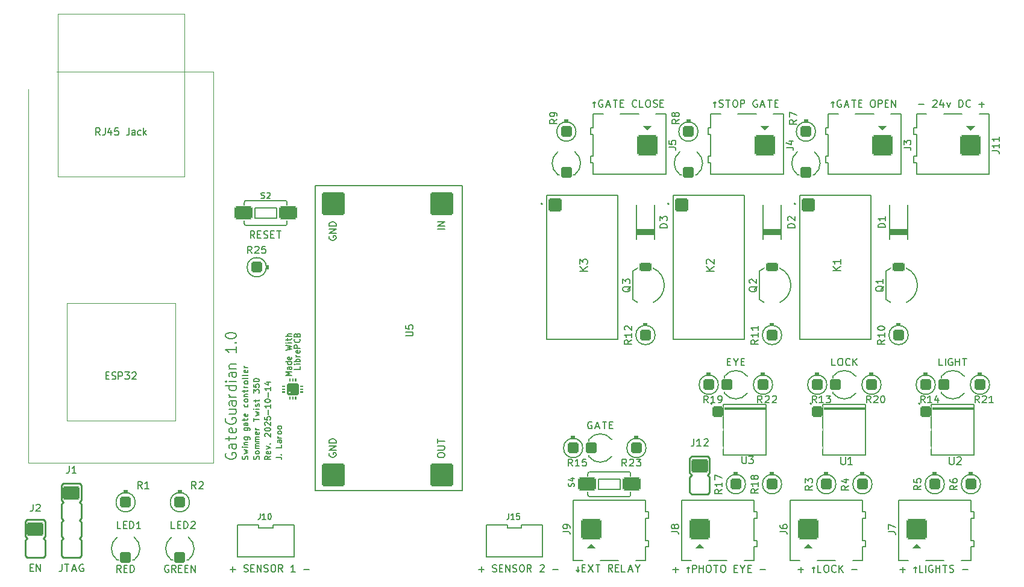
<source format=gbr>
G04 --- HEADER BEGIN --- *
G04 #@! TF.GenerationSoftware,LibrePCB,LibrePCB,1.3.0*
G04 #@! TF.CreationDate,2025-10-14T22:14:51*
G04 #@! TF.ProjectId,GateGuardian - Sommer Twist 350 Swing Gate,8a633c5c-b075-4c35-a81d-aba18a590e16,v1*
G04 #@! TF.Part,Single*
G04 #@! TF.SameCoordinates*
G04 #@! TF.FileFunction,Legend,Top*
G04 #@! TF.FilePolarity,Positive*
%FSLAX66Y66*%
%MOMM*%
G01*
G75*
G04 --- HEADER END --- *
G04 --- APERTURE LIST BEGIN --- *
%ADD10C,0.01*%
%ADD11C,0.2*%
%ADD12C,0.1*%
%ADD13C,0.15*%
%ADD14C,0.25*%
%ADD15C,0.2032*%
%ADD16C,0.127*%
%ADD17C,1.56*%
%AMROUNDEDRECT18*20,1,1.56,-0.68,0.0,0.68,0.0,0.0*20,1,1.36,-0.78,0.0,0.78,0.0,0.0*1,1,0.2,-0.68,0.68*1,1,0.2,0.68,0.68*1,1,0.2,0.68,-0.68*1,1,0.2,-0.68,-0.68*%
%ADD18ROUNDEDRECT18*%
%ADD19C,1.9*%
%AMROUNDEDRECT20*20,1,2.8,-1.3,0.0,1.3,0.0,0.0*20,1,2.6,-1.4,0.0,1.4,0.0,0.0*1,1,0.2,-1.3,1.3*1,1,0.2,1.3,1.3*1,1,0.2,1.3,-1.3*1,1,0.2,-1.3,-1.3*%
%ADD20ROUNDEDRECT20*%
%ADD21C,2.8*%
%ADD22O,1.9X2.75*%
%AMROUNDEDRECT23*20,1,1.9,-1.275,0.0,1.275,0.0,90.0*20,1,1.7,-1.375,0.0,1.375,0.0,90.0*1,1,0.2,-0.85,-1.275*1,1,0.2,-0.85,1.275*1,1,0.2,0.85,1.275*1,1,0.2,0.85,-1.275*%
%ADD23ROUNDEDRECT23*%
%ADD24O,2.39X1.787*%
%AMROUNDEDRECT25*20,1,1.787,-1.095,0.0,1.095,0.0,0.0*20,1,1.587,-1.195,0.0,1.195,0.0,0.0*1,1,0.2,-1.095,0.7935*1,1,0.2,1.095,0.7935*1,1,0.2,1.095,-0.7935*1,1,0.2,-1.095,-0.7935*%
%ADD25ROUNDEDRECT25*%
%AMROUNDEDRECT26*20,1,1.8,-1.15,0.0,1.15,0.0,0.0*20,1,1.6,-1.25,0.0,1.25,0.0,0.0*1,1,0.2,-1.15,0.8*1,1,0.2,1.15,0.8*1,1,0.2,1.15,-0.8*1,1,0.2,-1.15,-0.8*%
%ADD26ROUNDEDRECT26*%
%AMROUNDEDRECT27*20,1,1.6,-0.7,0.0,0.7,0.0,0.0*20,1,1.4,-0.8,0.0,0.8,0.0,0.0*1,1,0.2,-0.7,0.7*1,1,0.2,0.7,0.7*1,1,0.2,0.7,-0.7*1,1,0.2,-0.7,-0.7*%
%ADD27ROUNDEDRECT27*%
%ADD28C,1.6*%
%ADD29C,1.85*%
%AMROUNDEDRECT30*20,1,1.85,-0.825,0.0,0.825,0.0,0.0*20,1,1.65,-0.925,0.0,0.925,0.0,0.0*1,1,0.2,-0.825,0.825*1,1,0.2,0.825,0.825*1,1,0.2,0.825,-0.825*1,1,0.2,-0.825,-0.825*%
%ADD30ROUNDEDRECT30*%
%ADD31C,1.508*%
%AMROUNDEDRECT32*20,1,1.508,-0.654,0.0,0.654,0.0,0.0*20,1,1.308,-0.754,0.0,0.754,0.0,0.0*1,1,0.2,-0.654,0.654*1,1,0.2,0.654,0.654*1,1,0.2,0.654,-0.654*1,1,0.2,-0.654,-0.654*%
%ADD32ROUNDEDRECT32*%
%AMROUNDEDRECT33*20,1,3.2,-1.5,0.0,1.5,0.0,0.0*20,1,3.0,-1.6,0.0,1.6,0.0,0.0*1,1,0.2,-1.5,1.5*1,1,0.2,1.5,1.5*1,1,0.2,1.5,-1.5*1,1,0.2,-1.5,-1.5*%
%ADD33ROUNDEDRECT33*%
%ADD34O,1.7X1.25*%
%AMROUNDEDRECT35*20,1,1.25,-0.75,0.0,0.75,0.0,0.0*20,1,1.05,-0.85,0.0,0.85,0.0,0.0*1,1,0.2,-0.75,0.525*1,1,0.2,0.75,0.525*1,1,0.2,0.75,-0.525*1,1,0.2,-0.75,-0.525*%
%ADD35ROUNDEDRECT35*%
%ADD36C,1.8*%
%ADD37C,5.0*%
%ADD38C,4.8*%
G04 --- APERTURE LIST END --- *
G04 --- BOARD BEGIN --- *
D10*
G04 #@! TO.C,R14*
G36*
X127970000Y28020000D02*
X127970000Y28380000D01*
X128570000Y28380000D01*
X128570000Y28020000D01*
X127970000Y28020000D01*
G37*
D11*
X129620000Y26670000D02*
G02*
X126920000Y26670000I-1350000J0D01*
G01*
G02*
X129620000Y26670000I1350000J0D01*
G01*
D10*
G04 #@! TO.C,R8*
G36*
X94632500Y63580000D02*
X94632500Y63940000D01*
X95232500Y63940000D01*
X95232500Y63580000D01*
X94632500Y63580000D01*
G37*
D11*
X96282500Y62230000D02*
G02*
X93582500Y62230000I-1350000J0D01*
G01*
G02*
X96282500Y62230000I1350000J0D01*
G01*
D12*
G04 #@! TO.C,U4*
X28240000Y15680000D02*
X2240000Y15680000D01*
X2240000Y70680000D01*
X28240000Y70680000D01*
X28240000Y15680000D01*
X24130000Y55880000D02*
X6350000Y55880000D01*
X6350000Y78740000D01*
X24130000Y78740000D01*
X24130000Y55880000D01*
X22860000Y21590000D02*
X7620000Y21590000D01*
X7620000Y38100000D01*
X22860000Y38100000D01*
X22860000Y21590000D01*
D13*
X13111667Y27963333D02*
X13445000Y27963333D01*
X13588334Y27440000D02*
X13111667Y27440000D01*
X13111667Y28440000D01*
X13588334Y28440000D01*
X13938334Y27487778D02*
X14081667Y27440000D01*
X14319445Y27440000D01*
X14415001Y27487778D01*
X14461667Y27535556D01*
X14509445Y27630000D01*
X14509445Y27725556D01*
X14461667Y27821111D01*
X14415001Y27868889D01*
X14319445Y27916667D01*
X14128334Y27963333D01*
X14033890Y28011111D01*
X13986112Y28058889D01*
X13938334Y28154444D01*
X13938334Y28250000D01*
X13986112Y28344444D01*
X14033890Y28392222D01*
X14128334Y28440000D01*
X14367223Y28440000D01*
X14509445Y28392222D01*
X14859445Y27440000D02*
X14859445Y28440000D01*
X15240556Y28440000D01*
X15336112Y28392222D01*
X15382778Y28344444D01*
X15430556Y28250000D01*
X15430556Y28106667D01*
X15382778Y28011111D01*
X15336112Y27963333D01*
X15240556Y27916667D01*
X14859445Y27916667D01*
X15780556Y28440000D02*
X16399445Y28440000D01*
X16066112Y28058889D01*
X16209445Y28058889D01*
X16303889Y28011111D01*
X16351667Y27963333D01*
X16399445Y27868889D01*
X16399445Y27630000D01*
X16351667Y27535556D01*
X16303889Y27487778D01*
X16209445Y27440000D01*
X15923889Y27440000D01*
X15828334Y27487778D01*
X15780556Y27535556D01*
X16797223Y28344444D02*
X16845001Y28392222D01*
X16939445Y28440000D01*
X17178334Y28440000D01*
X17272778Y28392222D01*
X17320556Y28344444D01*
X17368334Y28250000D01*
X17368334Y28154444D01*
X17320556Y28011111D01*
X16749445Y27440000D01*
X17368334Y27440000D01*
X12282223Y61730000D02*
X11948890Y62206667D01*
X11711112Y61730000D02*
X11711112Y62730000D01*
X12092223Y62730000D01*
X12187779Y62682222D01*
X12234445Y62634444D01*
X12282223Y62540000D01*
X12282223Y62396667D01*
X12234445Y62301111D01*
X12187779Y62253333D01*
X12092223Y62206667D01*
X11711112Y62206667D01*
X13013334Y62730000D02*
X13013334Y62015556D01*
X12965556Y61873333D01*
X12870001Y61777778D01*
X12727779Y61730000D01*
X12632223Y61730000D01*
X13840001Y62396667D02*
X13840001Y61730000D01*
X13601112Y62777778D02*
X13363334Y62063333D01*
X13982223Y62063333D01*
X14855556Y62730000D02*
X14380001Y62730000D01*
X14332223Y62253333D01*
X14380001Y62301111D01*
X14475556Y62348889D01*
X14713334Y62348889D01*
X14808890Y62301111D01*
X14855556Y62253333D01*
X14903334Y62158889D01*
X14903334Y61920000D01*
X14855556Y61825556D01*
X14808890Y61777778D01*
X14713334Y61730000D01*
X14475556Y61730000D01*
X14380001Y61777778D01*
X14332223Y61825556D01*
X16384444Y62730000D02*
X16384444Y62015556D01*
X16336666Y61873333D01*
X16241111Y61777778D01*
X16098889Y61730000D01*
X16003333Y61730000D01*
X17211111Y61730000D02*
X17211111Y62253333D01*
X17163333Y62348889D01*
X17067777Y62396667D01*
X16877777Y62396667D01*
X16782222Y62348889D01*
X17211111Y61777778D02*
X17115555Y61730000D01*
X16877777Y61730000D01*
X16782222Y61777778D01*
X16734444Y61873333D01*
X16734444Y61967778D01*
X16782222Y62063333D01*
X16877777Y62111111D01*
X17115555Y62111111D01*
X17211111Y62158889D01*
X18037778Y61777778D02*
X17942222Y61730000D01*
X17751111Y61730000D01*
X17656667Y61777778D01*
X17608889Y61825556D01*
X17561111Y61920000D01*
X17561111Y62206667D01*
X17608889Y62301111D01*
X17656667Y62348889D01*
X17751111Y62396667D01*
X17942222Y62396667D01*
X18037778Y62348889D01*
X18387778Y61730000D02*
X18387778Y62730000D01*
X18483334Y62111111D02*
X18768889Y61730000D01*
X18768889Y62396667D02*
X18387778Y62015556D01*
D11*
G04 #@! TO.C,J4*
X104487500Y64725000D02*
X101887500Y64725000D01*
D10*
G36*
X106287500Y63025000D02*
X105687500Y62325000D01*
X105087500Y63025000D01*
X106287500Y63025000D01*
G37*
D11*
X106887500Y64725000D02*
X108287500Y64725000D01*
X108287500Y56225000D01*
X98087500Y56225000D01*
X98087500Y57875000D01*
X97687500Y57875000D01*
X97687500Y58775000D01*
X98087500Y58775000D01*
X98087500Y61875000D01*
X97687500Y61875000D01*
X97687500Y62775000D01*
X98087500Y62775000D01*
X98087500Y64725000D01*
X99487500Y64725000D01*
D10*
G04 #@! TO.C,D2*
G36*
X105492000Y47740000D02*
X105492000Y48540000D01*
X107868000Y48540000D01*
X107868000Y47740000D01*
X105492000Y47740000D01*
G37*
D11*
X105392000Y47113000D02*
X105392000Y51947000D01*
X107968000Y47113000D02*
X107968000Y51947000D01*
D10*
G04 #@! TO.C,R12*
G36*
X88600000Y35005000D02*
X88600000Y35365000D01*
X89200000Y35365000D01*
X89200000Y35005000D01*
X88600000Y35005000D01*
G37*
D11*
X90250000Y33655000D02*
G02*
X87550000Y33655000I-1350000J0D01*
G01*
G02*
X90250000Y33655000I1350000J0D01*
G01*
D14*
G04 #@! TO.C,J2*
X4570000Y7475000D02*
X4570000Y5350000D01*
X4300000Y5080000D01*
X4570000Y4810000D01*
X4570000Y2685000D01*
X4300000Y2415000D01*
X2050000Y2415000D01*
X1780000Y2685000D01*
X1780000Y4810000D01*
X2050000Y5080000D01*
X1780000Y5350000D01*
X1780000Y7475000D01*
X2050000Y7745000D01*
X4300000Y7745000D01*
X4570000Y7475000D01*
D10*
G04 #@! TO.C,R15*
G36*
X78440000Y19130000D02*
X78440000Y19490000D01*
X79040000Y19490000D01*
X79040000Y19130000D01*
X78440000Y19130000D01*
G37*
D11*
X80090000Y17780000D02*
G02*
X77390000Y17780000I-1350000J0D01*
G01*
G02*
X80090000Y17780000I1350000J0D01*
G01*
D15*
G04 #@! TO.C,S2*
X32560000Y51900000D02*
X32560000Y52300000D01*
G02*
X32810000Y52550000I250000J0D01*
G01*
X38310000Y52550000D01*
G02*
X38560000Y52300000I0J-250000D01*
G01*
X38560000Y51900000D01*
X37060000Y51550000D02*
X34060000Y51550000D01*
X34060000Y50050000D01*
X37060000Y50050000D01*
X37060000Y51550000D01*
X32560000Y49700000D02*
X32560000Y49300000D01*
G03*
X32810000Y49050000I250000J0D01*
G01*
X38310000Y49050000D01*
G03*
X38560000Y49300000I0J250000D01*
G01*
X38560000Y49700000D01*
D11*
G04 #@! TO.C,GATE*
X84150000Y16580000D02*
G02*
X80950000Y16580000I-1600000J1200004D01*
G01*
X80950000Y16820000D01*
X84150000Y18980000D02*
G03*
X80950000Y18980000I-1600000J-1200004D01*
G01*
X80950000Y18740000D01*
D10*
G04 #@! TO.C,R17*
G36*
X101300000Y14050000D02*
X101300000Y14410000D01*
X101900000Y14410000D01*
X101900000Y14050000D01*
X101300000Y14050000D01*
G37*
D11*
X102950000Y12700000D02*
G02*
X100250000Y12700000I-1350000J0D01*
G01*
G02*
X102950000Y12700000I1350000J0D01*
G01*
G04 #@! TO.C,J11*
X133380000Y64725000D02*
X130780000Y64725000D01*
D10*
G36*
X135180000Y63025000D02*
X134580000Y62325000D01*
X133980000Y63025000D01*
X135180000Y63025000D01*
G37*
D11*
X135780000Y64725000D02*
X137180000Y64725000D01*
X137180000Y56225000D01*
X126980000Y56225000D01*
X126980000Y57875000D01*
X126580000Y57875000D01*
X126580000Y58775000D01*
X126980000Y58775000D01*
X126980000Y61875000D01*
X126580000Y61875000D01*
X126580000Y62775000D01*
X126980000Y62775000D01*
X126980000Y64725000D01*
X128380000Y64725000D01*
D10*
G04 #@! TO.C,LOGO1*
G36*
X39670000Y27095000D02*
X39670000Y27515000D01*
X39870000Y27515000D01*
X39870000Y27095000D01*
X39670000Y27095000D01*
G37*
G36*
X38310000Y25935000D02*
X38310000Y26135000D01*
X37890000Y26135000D01*
X37890000Y25935000D01*
X38310000Y25935000D01*
G37*
G36*
X38310000Y25535000D02*
X38310000Y25735000D01*
X37890000Y25735000D01*
X37890000Y25535000D01*
X38310000Y25535000D01*
G37*
G36*
X38870000Y24975000D02*
X38870000Y24555000D01*
X39070000Y24555000D01*
X39070000Y24975000D01*
X38870000Y24975000D01*
G37*
G36*
X40430000Y25935000D02*
X40430000Y26135000D01*
X40850000Y26135000D01*
X40850000Y25935000D01*
X40430000Y25935000D01*
G37*
G36*
X38523000Y25400000D02*
X38523000Y26670000D01*
G02*
X38735000Y26882000I212000J0D01*
G01*
X40005000Y26882000D01*
G02*
X40217000Y26670000I0J-212000D01*
G01*
X40217000Y25400000D01*
G02*
X40005000Y25188000I-212000J0D01*
G01*
X38905000Y25188000D01*
X38905000Y25403000D01*
G03*
X39072000Y25570000I0J167000D01*
G01*
G03*
X38905000Y25737000I-167000J0D01*
G01*
G03*
X38738000Y25570000I0J-167000D01*
G01*
G03*
X38905000Y25403000I167000J0D01*
G01*
X38905000Y25188000D01*
X38735000Y25188000D01*
G02*
X38523000Y25400000I0J212000D01*
G01*
G37*
G36*
X38870000Y27095000D02*
X38870000Y27515000D01*
X39070000Y27515000D01*
X39070000Y27095000D01*
X38870000Y27095000D01*
G37*
G36*
X38310000Y26335000D02*
X38310000Y26535000D01*
X37890000Y26535000D01*
X37890000Y26335000D01*
X38310000Y26335000D01*
G37*
G36*
X39270000Y24975000D02*
X39270000Y24555000D01*
X39470000Y24555000D01*
X39470000Y24975000D01*
X39270000Y24975000D01*
G37*
G36*
X40430000Y25535000D02*
X40430000Y25735000D01*
X40850000Y25735000D01*
X40850000Y25535000D01*
X40430000Y25535000D01*
G37*
G36*
X39670000Y24975000D02*
X39670000Y24555000D01*
X39870000Y24555000D01*
X39870000Y24975000D01*
X39670000Y24975000D01*
G37*
G36*
X40430000Y26335000D02*
X40430000Y26535000D01*
X40850000Y26535000D01*
X40850000Y26335000D01*
X40430000Y26335000D01*
G37*
G36*
X39270000Y27095000D02*
X39270000Y27515000D01*
X39470000Y27515000D01*
X39470000Y27095000D01*
X39270000Y27095000D01*
G37*
D13*
X39178000Y27962892D02*
X38378000Y27962892D01*
X38949556Y28229559D01*
X38378000Y28496225D01*
X39178000Y28496225D01*
X39178000Y29187558D02*
X38759333Y29187558D01*
X38682889Y29149336D01*
X38644667Y29072892D01*
X38644667Y28920892D01*
X38682889Y28844447D01*
X39139778Y29187558D02*
X39178000Y29111114D01*
X39178000Y28920892D01*
X39139778Y28844447D01*
X39063333Y28806225D01*
X38987778Y28806225D01*
X38911333Y28844447D01*
X38873111Y28920892D01*
X38873111Y29111114D01*
X38834889Y29187558D01*
X39178000Y29878891D02*
X38378000Y29878891D01*
X39139778Y29878891D02*
X39178000Y29802447D01*
X39178000Y29649558D01*
X39139778Y29574002D01*
X39101556Y29535780D01*
X39026000Y29497558D01*
X38796667Y29497558D01*
X38721111Y29535780D01*
X38682889Y29574002D01*
X38644667Y29649558D01*
X38644667Y29802447D01*
X38682889Y29878891D01*
X39139778Y30532002D02*
X39178000Y30455558D01*
X39178000Y30303558D01*
X39139778Y30227113D01*
X39063333Y30188891D01*
X38759333Y30188891D01*
X38682889Y30227113D01*
X38644667Y30303558D01*
X38644667Y30455558D01*
X38682889Y30532002D01*
X38759333Y30570224D01*
X38834889Y30570224D01*
X38911333Y30188891D01*
X38378000Y31510223D02*
X39178000Y31700445D01*
X38606444Y31853334D01*
X39178000Y32005334D01*
X38378000Y32195556D01*
X39178000Y32543778D02*
X38644667Y32543778D01*
X38378000Y32543778D02*
X38416222Y32505556D01*
X38454444Y32543778D01*
X38416222Y32582000D01*
X38378000Y32543778D01*
X38454444Y32543778D01*
X38644667Y32892000D02*
X38644667Y33196889D01*
X38378000Y33006667D02*
X39063333Y33006667D01*
X39139778Y33044000D01*
X39178000Y33120444D01*
X39178000Y33196889D01*
X39178000Y33506889D02*
X38378000Y33506889D01*
X39178000Y33850000D02*
X38759333Y33850000D01*
X38682889Y33811778D01*
X38644667Y33735333D01*
X38644667Y33621556D01*
X38682889Y33545111D01*
X38721111Y33506889D01*
X40362000Y29203557D02*
X40362000Y28822224D01*
X39562000Y28822224D01*
X40362000Y29551779D02*
X39828667Y29551779D01*
X39562000Y29551779D02*
X39600222Y29513557D01*
X39638444Y29551779D01*
X39600222Y29590001D01*
X39562000Y29551779D01*
X39638444Y29551779D01*
X40362000Y29900001D02*
X39562000Y29900001D01*
X39866889Y29900001D02*
X39828667Y29976445D01*
X39828667Y30128445D01*
X39866889Y30204890D01*
X39905111Y30243112D01*
X39980667Y30281334D01*
X40210000Y30281334D01*
X40285556Y30243112D01*
X40323778Y30204890D01*
X40362000Y30128445D01*
X40362000Y29976445D01*
X40323778Y29900001D01*
X40362000Y30591334D02*
X39828667Y30591334D01*
X39980667Y30591334D02*
X39905111Y30629556D01*
X39866889Y30667778D01*
X39828667Y30743334D01*
X39828667Y30819778D01*
X40323778Y31472889D02*
X40362000Y31396445D01*
X40362000Y31244445D01*
X40323778Y31168000D01*
X40247333Y31129778D01*
X39943333Y31129778D01*
X39866889Y31168000D01*
X39828667Y31244445D01*
X39828667Y31396445D01*
X39866889Y31472889D01*
X39943333Y31511111D01*
X40018889Y31511111D01*
X40095333Y31129778D01*
X40362000Y31821111D02*
X39562000Y31821111D01*
X39562000Y32126000D01*
X39600222Y32202444D01*
X39638444Y32239778D01*
X39714000Y32278000D01*
X39828667Y32278000D01*
X39905111Y32239778D01*
X39943333Y32202444D01*
X39980667Y32126000D01*
X39980667Y31821111D01*
X40285556Y33083111D02*
X40323778Y33044889D01*
X40362000Y32931111D01*
X40362000Y32854667D01*
X40323778Y32740000D01*
X40247333Y32664444D01*
X40171778Y32626222D01*
X40018889Y32588000D01*
X39905111Y32588000D01*
X39752222Y32626222D01*
X39676667Y32664444D01*
X39600222Y32740000D01*
X39562000Y32854667D01*
X39562000Y32931111D01*
X39600222Y33044889D01*
X39638444Y33083111D01*
X39943333Y33659778D02*
X39980667Y33774444D01*
X40018889Y33811778D01*
X40095333Y33850000D01*
X40210000Y33850000D01*
X40285556Y33811778D01*
X40323778Y33774444D01*
X40362000Y33698000D01*
X40362000Y33393111D01*
X39562000Y33393111D01*
X39562000Y33659778D01*
X39600222Y33736222D01*
X39638444Y33774444D01*
X39714000Y33811778D01*
X39790444Y33811778D01*
X39866889Y33774444D01*
X39905111Y33736222D01*
X39943333Y33659778D01*
X39943333Y33393111D01*
D16*
G04 #@! TO.C,K1*
X120570000Y33040000D02*
X110570000Y33040000D01*
X110570000Y53280000D01*
X120570000Y53280000D01*
X120570000Y33040000D01*
D11*
X109970000Y52080000D02*
G02*
X109770000Y52080000I-100000J0D01*
G01*
G02*
X109970000Y52080000I100000J0D01*
G01*
D16*
G04 #@! TO.C,U1*
X119840000Y23880000D02*
X119840000Y16760000D01*
X113840000Y16760000D01*
X113840000Y23880000D01*
X119840000Y23880000D01*
D11*
X112240000Y24020000D02*
G02*
X112040000Y24020000I-100000J0D01*
G01*
G02*
X112240000Y24020000I100000J0D01*
G01*
D16*
G04 #@! TO.C,U2*
X135080000Y23880000D02*
X135080000Y16760000D01*
X129080000Y16760000D01*
X129080000Y23880000D01*
X135080000Y23880000D01*
D11*
X127480000Y24020000D02*
G02*
X127280000Y24020000I-100000J0D01*
G01*
G02*
X127480000Y24020000I100000J0D01*
G01*
G04 #@! TO.C,LED1*
X14675000Y5251250D02*
G03*
X14675000Y2051250I1200004J-1600000D01*
G01*
X14915000Y2051250D01*
X17075000Y5251250D02*
G02*
X17075000Y2051250I-1200004J-1600000D01*
G01*
X16835000Y2051250D01*
D14*
G04 #@! TO.C,J1*
X9650000Y12555000D02*
X9650000Y10430000D01*
X9380000Y10160000D01*
X9650000Y9890000D01*
X9650000Y7890000D01*
X9380000Y7620000D01*
X9650000Y7350000D01*
X9650000Y5350000D01*
X9380000Y5080000D01*
X9650000Y4810000D01*
X9650000Y2685000D01*
X9380000Y2415000D01*
X7130000Y2415000D01*
X6860000Y2685000D01*
X6860000Y4810000D01*
X7130000Y5080000D01*
X6860000Y5350000D01*
X6860000Y7350000D01*
X7130000Y7620000D01*
X6860000Y7890000D01*
X6860000Y9890000D01*
X7130000Y10160000D01*
X6860000Y10430000D01*
X6860000Y12555000D01*
X7130000Y12825000D01*
X9380000Y12825000D01*
X9650000Y12555000D01*
D11*
G04 #@! TO.C,STOP*
X96132500Y59385000D02*
G02*
X96132500Y56185000I-1200004J-1600000D01*
G01*
X95892500Y56185000D01*
X93732500Y59385000D02*
G03*
X93732500Y56185000I1200004J-1600000D01*
G01*
X93972500Y56185000D01*
D10*
G04 #@! TO.C,R19*
G36*
X97490000Y28020000D02*
X97490000Y28380000D01*
X98090000Y28380000D01*
X98090000Y28020000D01*
X97490000Y28020000D01*
G37*
D11*
X99140000Y26670000D02*
G02*
X96440000Y26670000I-1350000J0D01*
G01*
G02*
X99140000Y26670000I1350000J0D01*
G01*
D10*
G04 #@! TO.C,D1*
G36*
X123272000Y47740000D02*
X123272000Y48540000D01*
X125648000Y48540000D01*
X125648000Y47740000D01*
X123272000Y47740000D01*
G37*
D11*
X123172000Y47113000D02*
X123172000Y51947000D01*
X125748000Y47113000D02*
X125748000Y51947000D01*
G04 #@! TO.C,LOCK*
X118440000Y25470000D02*
G02*
X115240000Y25470000I-1600000J1200004D01*
G01*
X115240000Y25710000D01*
X118440000Y27870000D02*
G03*
X115240000Y27870000I-1600000J-1200004D01*
G01*
X115240000Y27630000D01*
D15*
G04 #@! TO.C,S4*
X86820000Y11600000D02*
X86820000Y11200000D01*
G02*
X86570000Y10950000I-250000J0D01*
G01*
X81070000Y10950000D01*
G02*
X80820000Y11200000I0J250000D01*
G01*
X80820000Y11600000D01*
X82320000Y11950000D02*
X85320000Y11950000D01*
X85320000Y13450000D01*
X82320000Y13450000D01*
X82320000Y11950000D01*
X86820000Y13800000D02*
X86820000Y14200000D01*
G03*
X86570000Y14450000I-250000J0D01*
G01*
X81070000Y14450000D01*
G03*
X80820000Y14200000I0J-250000D01*
G01*
X80820000Y13800000D01*
D14*
G04 #@! TO.C,J12*
X97915000Y16365000D02*
X97915000Y14240000D01*
X97645000Y13970000D01*
X97915000Y13700000D01*
X97915000Y11575000D01*
X97645000Y11305000D01*
X95395000Y11305000D01*
X95125000Y11575000D01*
X95125000Y13700000D01*
X95395000Y13970000D01*
X95125000Y14240000D01*
X95125000Y16365000D01*
X95395000Y16635000D01*
X97645000Y16635000D01*
X97915000Y16365000D01*
D10*
G04 #@! TO.C,R21*
G36*
X135590000Y28020000D02*
X135590000Y28380000D01*
X136190000Y28380000D01*
X136190000Y28020000D01*
X135590000Y28020000D01*
G37*
D11*
X137240000Y26670000D02*
G02*
X134540000Y26670000I-1350000J0D01*
G01*
G02*
X137240000Y26670000I1350000J0D01*
G01*
G04 #@! TO.C,U5*
X42545000Y54610000D02*
X42545000Y11830000D01*
X63145000Y11830000D01*
X63145000Y54610000D01*
X42545000Y54610000D01*
X59690000Y16678890D02*
X59690000Y16870001D01*
X59737778Y16964445D01*
X59833333Y17060001D01*
X60023333Y17107779D01*
X60356667Y17107779D01*
X60546667Y17060001D01*
X60642222Y16964445D01*
X60690000Y16870001D01*
X60690000Y16678890D01*
X60642222Y16584445D01*
X60546667Y16488890D01*
X60356667Y16441112D01*
X60023333Y16441112D01*
X59833333Y16488890D01*
X59737778Y16584445D01*
X59690000Y16678890D01*
X59690000Y17507779D02*
X60500000Y17507779D01*
X60594444Y17555557D01*
X60642222Y17603335D01*
X60690000Y17697779D01*
X60690000Y17888890D01*
X60642222Y17984446D01*
X60594444Y18031112D01*
X60500000Y18078890D01*
X59690000Y18078890D01*
X59690000Y18478890D02*
X59690000Y19050001D01*
X60690000Y18764446D02*
X59690000Y18764446D01*
X44497778Y17060001D02*
X44450000Y16965557D01*
X44450000Y16822223D01*
X44497778Y16678890D01*
X44593333Y16584446D01*
X44687778Y16536668D01*
X44878889Y16488890D01*
X45021111Y16488890D01*
X45212222Y16536668D01*
X45306667Y16584446D01*
X45402222Y16678890D01*
X45450000Y16822223D01*
X45450000Y16917779D01*
X45402222Y17060001D01*
X45354444Y17107779D01*
X45021111Y17107779D01*
X45021111Y16917779D01*
X45450000Y17507779D02*
X44450000Y17507779D01*
X45450000Y18078890D01*
X44450000Y18078890D01*
X45450000Y18478890D02*
X44450000Y18478890D01*
X44450000Y18716668D01*
X44497778Y18860001D01*
X44593333Y18955557D01*
X44687778Y19002223D01*
X44878889Y19050001D01*
X45021111Y19050001D01*
X45212222Y19002223D01*
X45306667Y18955557D01*
X45402222Y18860001D01*
X45450000Y18716668D01*
X45450000Y18478890D01*
X60690000Y48558890D02*
X59690000Y48558890D01*
X60690000Y48958890D02*
X59690000Y48958890D01*
X60690000Y49530001D01*
X59690000Y49530001D01*
X44497778Y47540001D02*
X44450000Y47445557D01*
X44450000Y47302223D01*
X44497778Y47158890D01*
X44593333Y47064446D01*
X44687778Y47016668D01*
X44878889Y46968890D01*
X45021111Y46968890D01*
X45212222Y47016668D01*
X45306667Y47064446D01*
X45402222Y47158890D01*
X45450000Y47302223D01*
X45450000Y47397779D01*
X45402222Y47540001D01*
X45354444Y47587779D01*
X45021111Y47587779D01*
X45021111Y47397779D01*
X45450000Y47987779D02*
X44450000Y47987779D01*
X45450000Y48558890D01*
X44450000Y48558890D01*
X45450000Y48958890D02*
X44450000Y48958890D01*
X44450000Y49196668D01*
X44497778Y49340001D01*
X44593333Y49435557D01*
X44687778Y49482223D01*
X44878889Y49530001D01*
X45021111Y49530001D01*
X45212222Y49482223D01*
X45306667Y49435557D01*
X45402222Y49340001D01*
X45450000Y49196668D01*
X45450000Y48958890D01*
D10*
G04 #@! TO.C,R10*
G36*
X124160000Y35005000D02*
X124160000Y35365000D01*
X124760000Y35365000D01*
X124760000Y35005000D01*
X124160000Y35005000D01*
G37*
D11*
X125810000Y33655000D02*
G02*
X123110000Y33655000I-1350000J0D01*
G01*
G02*
X125810000Y33655000I1350000J0D01*
G01*
D10*
G04 #@! TO.C,R4*
G36*
X119080000Y14050000D02*
X119080000Y14410000D01*
X119680000Y14410000D01*
X119680000Y14050000D01*
X119080000Y14050000D01*
G37*
D11*
X120730000Y12700000D02*
G02*
X118030000Y12700000I-1350000J0D01*
G01*
G02*
X120730000Y12700000I1350000J0D01*
G01*
D10*
G04 #@! TO.C,R6*
G36*
X134320000Y14050000D02*
X134320000Y14410000D01*
X134920000Y14410000D01*
X134920000Y14050000D01*
X134320000Y14050000D01*
G37*
D11*
X135970000Y12700000D02*
G02*
X133270000Y12700000I-1350000J0D01*
G01*
G02*
X135970000Y12700000I1350000J0D01*
G01*
G04 #@! TO.C,CLOSE*
X78987500Y59385000D02*
G02*
X78987500Y56185000I-1200004J-1600000D01*
G01*
X78747500Y56185000D01*
X76587500Y59385000D02*
G03*
X76587500Y56185000I1200004J-1600000D01*
G01*
X76827500Y56185000D01*
D16*
G04 #@! TO.C,K3*
X85010000Y33040000D02*
X75010000Y33040000D01*
X75010000Y53280000D01*
X85010000Y53280000D01*
X85010000Y33040000D01*
D11*
X74410000Y52080000D02*
G02*
X74210000Y52080000I-100000J0D01*
G01*
G02*
X74410000Y52080000I100000J0D01*
G01*
D10*
G04 #@! TO.C,R18*
G36*
X106380000Y14050000D02*
X106380000Y14410000D01*
X106980000Y14410000D01*
X106980000Y14050000D01*
X106380000Y14050000D01*
G37*
D11*
X108030000Y12700000D02*
G02*
X105330000Y12700000I-1350000J0D01*
G01*
G02*
X108030000Y12700000I1350000J0D01*
G01*
D10*
G04 #@! TO.C,R9*
G36*
X77487500Y63580000D02*
X77487500Y63940000D01*
X78087500Y63940000D01*
X78087500Y63580000D01*
X77487500Y63580000D01*
G37*
D11*
X79137500Y62230000D02*
G02*
X76437500Y62230000I-1350000J0D01*
G01*
G02*
X79137500Y62230000I1350000J0D01*
G01*
D10*
G04 #@! TO.C,R22*
G36*
X105110000Y28020000D02*
X105110000Y28380000D01*
X105710000Y28380000D01*
X105710000Y28020000D01*
X105110000Y28020000D01*
G37*
D11*
X106760000Y26670000D02*
G02*
X104060000Y26670000I-1350000J0D01*
G01*
G02*
X106760000Y26670000I1350000J0D01*
G01*
G04 #@! TO.C,Q3*
X90000000Y38240000D02*
G03*
X90000000Y43040000I-1093743J2400000D01*
G01*
X87800000Y43060000D02*
G03*
X87150000Y42640000I1270108J-2678620D01*
G01*
X87150000Y38640000D01*
G03*
X87800000Y38220000I1920108J2258620D01*
G01*
D15*
G04 #@! TO.C,J15*
X66535000Y2512500D02*
X74435000Y2512500D01*
X74435000Y7012500D01*
X71485000Y7012500D01*
X71485000Y6512500D01*
X69485000Y6512500D01*
X69485000Y7012500D01*
X66535000Y7012500D01*
X66535000Y2512500D01*
D11*
G04 #@! TO.C,Q1*
X125560000Y38240000D02*
G03*
X125560000Y43040000I-1093743J2400000D01*
G01*
X123360000Y43060000D02*
G03*
X122710000Y42640000I1270108J-2678620D01*
G01*
X122710000Y38640000D01*
G03*
X123360000Y38220000I1920108J2258620D01*
G01*
G04 #@! TO.C,J5*
X87977500Y64725000D02*
X85377500Y64725000D01*
D10*
G36*
X89777500Y63025000D02*
X89177500Y62325000D01*
X88577500Y63025000D01*
X89777500Y63025000D01*
G37*
D11*
X90377500Y64725000D02*
X91777500Y64725000D01*
X91777500Y56225000D01*
X81577500Y56225000D01*
X81577500Y57875000D01*
X81177500Y57875000D01*
X81177500Y58775000D01*
X81577500Y58775000D01*
X81577500Y61875000D01*
X81177500Y61875000D01*
X81177500Y62775000D01*
X81577500Y62775000D01*
X81577500Y64725000D01*
X82977500Y64725000D01*
G04 #@! TO.C,Q2*
X107780000Y38240000D02*
G03*
X107780000Y43040000I-1093743J2400000D01*
G01*
X105580000Y43060000D02*
G03*
X104930000Y42640000I1270108J-2678620D01*
G01*
X104930000Y38640000D01*
G03*
X105580000Y38220000I1920108J2258620D01*
G01*
D10*
G04 #@! TO.C,R25*
G36*
X35640000Y43480000D02*
X36000000Y43480000D01*
X36000000Y42880000D01*
X35640000Y42880000D01*
X35640000Y43480000D01*
G37*
D11*
X35640000Y43180000D02*
G02*
X32940000Y43180000I-1350000J0D01*
G01*
G02*
X35640000Y43180000I1350000J0D01*
G01*
D10*
G04 #@! TO.C,R23*
G36*
X87330000Y19130000D02*
X87330000Y19490000D01*
X87930000Y19490000D01*
X87930000Y19130000D01*
X87330000Y19130000D01*
G37*
D11*
X88980000Y17780000D02*
G02*
X86280000Y17780000I-1350000J0D01*
G01*
G02*
X88980000Y17780000I1350000J0D01*
G01*
G04 #@! TO.C,EYE*
X103200000Y25470000D02*
G02*
X100000000Y25470000I-1600000J1200004D01*
G01*
X100000000Y25710000D01*
X103200000Y27870000D02*
G03*
X100000000Y27870000I-1600000J-1200004D01*
G01*
X100000000Y27630000D01*
G04 #@! TO.C,J8*
X97760000Y1950000D02*
X100360000Y1950000D01*
D10*
G36*
X95960000Y3650000D02*
X96560000Y4350000D01*
X97160000Y3650000D01*
X95960000Y3650000D01*
G37*
D11*
X95360000Y1950000D02*
X93960000Y1950000D01*
X93960000Y10450000D01*
X104160000Y10450000D01*
X104160000Y8800000D01*
X104560000Y8800000D01*
X104560000Y7900000D01*
X104160000Y7900000D01*
X104160000Y4800000D01*
X104560000Y4800000D01*
X104560000Y3900000D01*
X104160000Y3900000D01*
X104160000Y1950000D01*
X102760000Y1950000D01*
D10*
G04 #@! TO.C,D3*
G36*
X87712000Y47740000D02*
X87712000Y48540000D01*
X90088000Y48540000D01*
X90088000Y47740000D01*
X87712000Y47740000D01*
G37*
D11*
X87612000Y47113000D02*
X87612000Y51947000D01*
X90188000Y47113000D02*
X90188000Y51947000D01*
D10*
G04 #@! TO.C,R2*
G36*
X23195000Y11510000D02*
X23195000Y11870000D01*
X23795000Y11870000D01*
X23795000Y11510000D01*
X23195000Y11510000D01*
G37*
D11*
X24845000Y10160000D02*
G02*
X22145000Y10160000I-1350000J0D01*
G01*
G02*
X24845000Y10160000I1350000J0D01*
G01*
D10*
G04 #@! TO.C,R5*
G36*
X129240000Y14050000D02*
X129240000Y14410000D01*
X129840000Y14410000D01*
X129840000Y14050000D01*
X129240000Y14050000D01*
G37*
D11*
X130890000Y12700000D02*
G02*
X128190000Y12700000I-1350000J0D01*
G01*
G02*
X130890000Y12700000I1350000J0D01*
G01*
D15*
G04 #@! TO.C,J10*
X31610000Y2512500D02*
X39510000Y2512500D01*
X39510000Y7012500D01*
X36560000Y7012500D01*
X36560000Y6512500D01*
X34560000Y6512500D01*
X34560000Y7012500D01*
X31610000Y7012500D01*
X31610000Y2512500D01*
D16*
G04 #@! TO.C,K2*
X102790000Y33040000D02*
X92790000Y33040000D01*
X92790000Y53280000D01*
X102790000Y53280000D01*
X102790000Y33040000D01*
D11*
X92190000Y52080000D02*
G02*
X91990000Y52080000I-100000J0D01*
G01*
G02*
X92190000Y52080000I100000J0D01*
G01*
D10*
G04 #@! TO.C,R7*
G36*
X111142500Y63580000D02*
X111142500Y63940000D01*
X111742500Y63940000D01*
X111742500Y63580000D01*
X111142500Y63580000D01*
G37*
D11*
X112792500Y62230000D02*
G02*
X110092500Y62230000I-1350000J0D01*
G01*
G02*
X112792500Y62230000I1350000J0D01*
G01*
G04 #@! TO.C,LED2*
X24695000Y5251250D02*
G02*
X24695000Y2051250I-1200004J-1600000D01*
G01*
X24455000Y2051250D01*
X22295000Y5251250D02*
G03*
X22295000Y2051250I1200004J-1600000D01*
G01*
X22535000Y2051250D01*
D10*
G04 #@! TO.C,R13*
G36*
X112730000Y28020000D02*
X112730000Y28380000D01*
X113330000Y28380000D01*
X113330000Y28020000D01*
X112730000Y28020000D01*
G37*
D11*
X114380000Y26670000D02*
G02*
X111680000Y26670000I-1350000J0D01*
G01*
G02*
X114380000Y26670000I1350000J0D01*
G01*
D10*
G04 #@! TO.C,R20*
G36*
X120350000Y28020000D02*
X120350000Y28380000D01*
X120950000Y28380000D01*
X120950000Y28020000D01*
X120350000Y28020000D01*
G37*
D11*
X122000000Y26670000D02*
G02*
X119300000Y26670000I-1350000J0D01*
G01*
G02*
X122000000Y26670000I1350000J0D01*
G01*
G04 #@! TO.C,J7*
X128240000Y1950000D02*
X130840000Y1950000D01*
D10*
G36*
X126440000Y3650000D02*
X127040000Y4350000D01*
X127640000Y3650000D01*
X126440000Y3650000D01*
G37*
D11*
X125840000Y1950000D02*
X124440000Y1950000D01*
X124440000Y10450000D01*
X134640000Y10450000D01*
X134640000Y8800000D01*
X135040000Y8800000D01*
X135040000Y7900000D01*
X134640000Y7900000D01*
X134640000Y4800000D01*
X135040000Y4800000D01*
X135040000Y3900000D01*
X134640000Y3900000D01*
X134640000Y1950000D01*
X133240000Y1950000D01*
G04 #@! TO.C,J6*
X113000000Y1950000D02*
X115600000Y1950000D01*
D10*
G36*
X111200000Y3650000D02*
X111800000Y4350000D01*
X112400000Y3650000D01*
X111200000Y3650000D01*
G37*
D11*
X110600000Y1950000D02*
X109200000Y1950000D01*
X109200000Y10450000D01*
X119400000Y10450000D01*
X119400000Y8800000D01*
X119800000Y8800000D01*
X119800000Y7900000D01*
X119400000Y7900000D01*
X119400000Y4800000D01*
X119800000Y4800000D01*
X119800000Y3900000D01*
X119400000Y3900000D01*
X119400000Y1950000D01*
X118000000Y1950000D01*
G04 #@! TO.C,J3*
X120997500Y64725000D02*
X118397500Y64725000D01*
D10*
G36*
X122797500Y63025000D02*
X122197500Y62325000D01*
X121597500Y63025000D01*
X122797500Y63025000D01*
G37*
D11*
X123397500Y64725000D02*
X124797500Y64725000D01*
X124797500Y56225000D01*
X114597500Y56225000D01*
X114597500Y57875000D01*
X114197500Y57875000D01*
X114197500Y58775000D01*
X114597500Y58775000D01*
X114597500Y61875000D01*
X114197500Y61875000D01*
X114197500Y62775000D01*
X114597500Y62775000D01*
X114597500Y64725000D01*
X115997500Y64725000D01*
D16*
G04 #@! TO.C,U3*
X105870000Y23880000D02*
X105870000Y16760000D01*
X99870000Y16760000D01*
X99870000Y23880000D01*
X105870000Y23880000D01*
D11*
X98270000Y24020000D02*
G02*
X98070000Y24020000I-100000J0D01*
G01*
G02*
X98270000Y24020000I100000J0D01*
G01*
G04 #@! TO.C,OPEN*
X112642500Y59385000D02*
G02*
X112642500Y56185000I-1200004J-1600000D01*
G01*
X112402500Y56185000D01*
X110242500Y59385000D02*
G03*
X110242500Y56185000I1200004J-1600000D01*
G01*
X110482500Y56185000D01*
D10*
G04 #@! TO.C,R3*
G36*
X114000000Y14050000D02*
X114000000Y14410000D01*
X114600000Y14410000D01*
X114600000Y14050000D01*
X114000000Y14050000D01*
G37*
D11*
X115650000Y12700000D02*
G02*
X112950000Y12700000I-1350000J0D01*
G01*
G02*
X115650000Y12700000I1350000J0D01*
G01*
G04 #@! TO.C,LIGHT*
X133680000Y25470000D02*
G02*
X130480000Y25470000I-1600000J1200004D01*
G01*
X130480000Y25710000D01*
X133680000Y27870000D02*
G03*
X130480000Y27870000I-1600000J-1200004D01*
G01*
X130480000Y27630000D01*
D10*
G04 #@! TO.C,R1*
G36*
X15575000Y11510000D02*
X15575000Y11870000D01*
X16175000Y11870000D01*
X16175000Y11510000D01*
X15575000Y11510000D01*
G37*
D11*
X17225000Y10160000D02*
G02*
X14525000Y10160000I-1350000J0D01*
G01*
G02*
X17225000Y10160000I1350000J0D01*
G01*
G04 #@! TO.C,J9*
X82520000Y1950000D02*
X85120000Y1950000D01*
D10*
G36*
X80720000Y3650000D02*
X81320000Y4350000D01*
X81920000Y3650000D01*
X80720000Y3650000D01*
G37*
D11*
X80120000Y1950000D02*
X78720000Y1950000D01*
X78720000Y10450000D01*
X88920000Y10450000D01*
X88920000Y8800000D01*
X89320000Y8800000D01*
X89320000Y7900000D01*
X88920000Y7900000D01*
X88920000Y4800000D01*
X89320000Y4800000D01*
X89320000Y3900000D01*
X88920000Y3900000D01*
X88920000Y1950000D01*
X87520000Y1950000D01*
D10*
G04 #@! TO.C,R11*
G36*
X106380000Y35005000D02*
X106380000Y35365000D01*
X106980000Y35365000D01*
X106980000Y35005000D01*
X106380000Y35005000D01*
G37*
D11*
X108030000Y33655000D02*
G02*
X105330000Y33655000I-1350000J0D01*
G01*
G02*
X108030000Y33655000I1350000J0D01*
G01*
G04 #@! TO.C,R14*
X128150556Y24130000D02*
X127817223Y24606667D01*
X127579445Y24130000D02*
X127579445Y25130000D01*
X127960556Y25130000D01*
X128056112Y25082222D01*
X128102778Y25034444D01*
X128150556Y24940000D01*
X128150556Y24796667D01*
X128102778Y24701111D01*
X128056112Y24653333D01*
X127960556Y24606667D01*
X127579445Y24606667D01*
X129121667Y24130000D02*
X128550556Y24130000D01*
X128836112Y24130000D02*
X128836112Y25130000D01*
X128740556Y24986667D01*
X128646112Y24892222D01*
X128550556Y24844444D01*
X129998334Y24796667D02*
X129998334Y24130000D01*
X129759445Y25177778D02*
X129521667Y24463333D01*
X130140556Y24463333D01*
G04 #@! TO.C,R8*
X93617500Y63935000D02*
X93140833Y63601667D01*
X93617500Y63363889D02*
X92617500Y63363889D01*
X92617500Y63745000D01*
X92665278Y63840556D01*
X92713056Y63887222D01*
X92807500Y63935000D01*
X92950833Y63935000D01*
X93046389Y63887222D01*
X93094167Y63840556D01*
X93140833Y63745000D01*
X93140833Y63363889D01*
X93046389Y64525000D02*
X92998611Y64430556D01*
X92950833Y64382778D01*
X92855278Y64335000D01*
X92807500Y64335000D01*
X92713056Y64382778D01*
X92665278Y64430556D01*
X92617500Y64525000D01*
X92617500Y64716111D01*
X92665278Y64811667D01*
X92713056Y64858333D01*
X92807500Y64906111D01*
X92855278Y64906111D01*
X92950833Y64858333D01*
X92998611Y64811667D01*
X93046389Y64716111D01*
X93046389Y64525000D01*
X93094167Y64430556D01*
X93140833Y64382778D01*
X93236389Y64335000D01*
X93427500Y64335000D01*
X93521944Y64382778D01*
X93569722Y64430556D01*
X93617500Y64525000D01*
X93617500Y64716111D01*
X93569722Y64811667D01*
X93521944Y64858333D01*
X93427500Y64906111D01*
X93236389Y64906111D01*
X93140833Y64858333D01*
X93094167Y64811667D01*
X93046389Y64716111D01*
G04 #@! TO.C,J4*
X108687500Y60006111D02*
X109401944Y60006111D01*
X109544167Y59958333D01*
X109639722Y59862778D01*
X109687500Y59720556D01*
X109687500Y59625000D01*
X109020833Y60882778D02*
X109687500Y60882778D01*
X108639722Y60643889D02*
X109354167Y60406111D01*
X109354167Y61025000D01*
G04 #@! TO.C,D2*
X109873000Y48735000D02*
X108873000Y48735000D01*
X108873000Y48972778D01*
X108920778Y49116111D01*
X109016333Y49211667D01*
X109110778Y49258333D01*
X109301889Y49306111D01*
X109444111Y49306111D01*
X109635222Y49258333D01*
X109729667Y49211667D01*
X109825222Y49116111D01*
X109873000Y48972778D01*
X109873000Y48735000D01*
X108968556Y49753889D02*
X108920778Y49801667D01*
X108873000Y49896111D01*
X108873000Y50135000D01*
X108920778Y50229444D01*
X108968556Y50277222D01*
X109063000Y50325000D01*
X109158556Y50325000D01*
X109301889Y50277222D01*
X109873000Y49706111D01*
X109873000Y50325000D01*
G04 #@! TO.C,R12*
X86950000Y32945556D02*
X86473333Y32612223D01*
X86950000Y32374445D02*
X85950000Y32374445D01*
X85950000Y32755556D01*
X85997778Y32851112D01*
X86045556Y32897778D01*
X86140000Y32945556D01*
X86283333Y32945556D01*
X86378889Y32897778D01*
X86426667Y32851112D01*
X86473333Y32755556D01*
X86473333Y32374445D01*
X86950000Y33916667D02*
X86950000Y33345556D01*
X86950000Y33631112D02*
X85950000Y33631112D01*
X86093333Y33535556D01*
X86187778Y33441112D01*
X86235556Y33345556D01*
X86045556Y34364445D02*
X85997778Y34412223D01*
X85950000Y34506667D01*
X85950000Y34745556D01*
X85997778Y34840000D01*
X86045556Y34887778D01*
X86140000Y34935556D01*
X86235556Y34935556D01*
X86378889Y34887778D01*
X86950000Y34316667D01*
X86950000Y34935556D01*
G04 #@! TO.C,J2*
X2856111Y9890000D02*
X2856111Y9175556D01*
X2808333Y9033333D01*
X2712778Y8937778D01*
X2570556Y8890000D01*
X2475000Y8890000D01*
X3303889Y9794444D02*
X3351667Y9842222D01*
X3446111Y9890000D01*
X3685000Y9890000D01*
X3779444Y9842222D01*
X3827222Y9794444D01*
X3875000Y9700000D01*
X3875000Y9604444D01*
X3827222Y9461111D01*
X3256111Y8890000D01*
X3875000Y8890000D01*
G04 #@! TO.C,R15*
X78644445Y15240000D02*
X78311112Y15716667D01*
X78073334Y15240000D02*
X78073334Y16240000D01*
X78454445Y16240000D01*
X78550001Y16192222D01*
X78596667Y16144444D01*
X78644445Y16050000D01*
X78644445Y15906667D01*
X78596667Y15811111D01*
X78550001Y15763333D01*
X78454445Y15716667D01*
X78073334Y15716667D01*
X79615556Y15240000D02*
X79044445Y15240000D01*
X79330001Y15240000D02*
X79330001Y16240000D01*
X79234445Y16096667D01*
X79140001Y16002222D01*
X79044445Y15954444D01*
X80538889Y16240000D02*
X80063334Y16240000D01*
X80015556Y15763333D01*
X80063334Y15811111D01*
X80158889Y15858889D01*
X80396667Y15858889D01*
X80492223Y15811111D01*
X80538889Y15763333D01*
X80586667Y15668889D01*
X80586667Y15430000D01*
X80538889Y15335556D01*
X80492223Y15287778D01*
X80396667Y15240000D01*
X80158889Y15240000D01*
X80063334Y15287778D01*
X80015556Y15335556D01*
D13*
G04 #@! TO.C,S2*
X34929000Y52901972D02*
X35043667Y52863750D01*
X35233889Y52863750D01*
X35310333Y52901972D01*
X35347667Y52940194D01*
X35385889Y53015750D01*
X35385889Y53092194D01*
X35347667Y53168639D01*
X35310333Y53206861D01*
X35233889Y53245083D01*
X35081000Y53282417D01*
X35005444Y53320639D01*
X34967222Y53358861D01*
X34929000Y53435306D01*
X34929000Y53511750D01*
X34967222Y53587306D01*
X35005444Y53625528D01*
X35081000Y53663750D01*
X35272111Y53663750D01*
X35385889Y53625528D01*
X35734111Y53587306D02*
X35772333Y53625528D01*
X35847889Y53663750D01*
X36039000Y53663750D01*
X36114556Y53625528D01*
X36152778Y53587306D01*
X36191000Y53511750D01*
X36191000Y53435306D01*
X36152778Y53320639D01*
X35695889Y52863750D01*
X36191000Y52863750D01*
D11*
G04 #@! TO.C,GATE*
X81354444Y21432222D02*
X81260000Y21480000D01*
X81116666Y21480000D01*
X80973333Y21432222D01*
X80878889Y21336667D01*
X80831111Y21242222D01*
X80783333Y21051111D01*
X80783333Y20908889D01*
X80831111Y20717778D01*
X80878889Y20623333D01*
X80973333Y20527778D01*
X81116666Y20480000D01*
X81212222Y20480000D01*
X81354444Y20527778D01*
X81402222Y20575556D01*
X81402222Y20908889D01*
X81212222Y20908889D01*
X81897778Y20765556D02*
X82373333Y20765556D01*
X81802222Y20480000D02*
X82135555Y21480000D01*
X82468889Y20480000D01*
X82868889Y21480000D02*
X83440000Y21480000D01*
X83154445Y20480000D02*
X83154445Y21480000D01*
X83840000Y21003333D02*
X84173333Y21003333D01*
X84316667Y20480000D02*
X83840000Y20480000D01*
X83840000Y21480000D01*
X84316667Y21480000D01*
G04 #@! TO.C,R17*
X99650000Y11966667D02*
X99173333Y11633334D01*
X99650000Y11395556D02*
X98650000Y11395556D01*
X98650000Y11776667D01*
X98697778Y11872223D01*
X98745556Y11918889D01*
X98840000Y11966667D01*
X98983333Y11966667D01*
X99078889Y11918889D01*
X99126667Y11872223D01*
X99173333Y11776667D01*
X99173333Y11395556D01*
X99650000Y12937778D02*
X99650000Y12366667D01*
X99650000Y12652223D02*
X98650000Y12652223D01*
X98793333Y12556667D01*
X98887778Y12462223D01*
X98935556Y12366667D01*
X98650000Y13337778D02*
X98650000Y14004445D01*
X99650000Y13575556D01*
G04 #@! TO.C,J11*
X137580000Y59544445D02*
X138294444Y59544445D01*
X138436667Y59496667D01*
X138532222Y59401112D01*
X138580000Y59258890D01*
X138580000Y59163334D01*
X138580000Y60515556D02*
X138580000Y59944445D01*
X138580000Y60230001D02*
X137580000Y60230001D01*
X137723333Y60134445D01*
X137817778Y60040001D01*
X137865556Y59944445D01*
X138580000Y61486667D02*
X138580000Y60915556D01*
X138580000Y61201112D02*
X137580000Y61201112D01*
X137723333Y61105556D01*
X137817778Y61011112D01*
X137865556Y60915556D01*
D13*
G04 #@! TO.C,K1*
X116299500Y42691072D02*
X115220000Y42691072D01*
X116299500Y43307586D02*
X115682986Y42845800D01*
X115220000Y43307586D02*
X115836514Y42691072D01*
X116299500Y44290000D02*
X116299500Y43673486D01*
X116299500Y43981743D02*
X115220000Y43981743D01*
X115374728Y43878591D01*
X115476681Y43776638D01*
X115528257Y43673486D01*
G04 #@! TO.C,U1*
X116375640Y16516874D02*
X116375640Y15641212D01*
X116427291Y15539112D01*
X116478942Y15487461D01*
X116581042Y15435810D01*
X116787646Y15435810D01*
X116890947Y15487461D01*
X116941397Y15539112D01*
X116993048Y15641212D01*
X116993048Y16516874D01*
X117976668Y15435810D02*
X117359260Y15435810D01*
X117667964Y15435810D02*
X117667964Y16516874D01*
X117564662Y16361921D01*
X117462562Y16259821D01*
X117359260Y16208170D01*
G04 #@! TO.C,U2*
X131615640Y16516874D02*
X131615640Y15641212D01*
X131667291Y15539112D01*
X131718942Y15487461D01*
X131821042Y15435810D01*
X132027646Y15435810D01*
X132130947Y15487461D01*
X132181397Y15539112D01*
X132233048Y15641212D01*
X132233048Y16516874D01*
X132650911Y16413572D02*
X132702562Y16465223D01*
X132804662Y16516874D01*
X133062916Y16516874D01*
X133165017Y16465223D01*
X133216668Y16413572D01*
X133268318Y16311472D01*
X133268318Y16208170D01*
X133216668Y16053218D01*
X132599260Y15435810D01*
X133268318Y15435810D01*
D11*
G04 #@! TO.C,LED1*
X15178889Y6461250D02*
X14702222Y6461250D01*
X14702222Y7461250D01*
X15578889Y6984583D02*
X15912222Y6984583D01*
X16055556Y6461250D02*
X15578889Y6461250D01*
X15578889Y7461250D01*
X16055556Y7461250D01*
X16455556Y6461250D02*
X16455556Y7461250D01*
X16693334Y7461250D01*
X16836667Y7413472D01*
X16932223Y7317917D01*
X16978889Y7223472D01*
X17026667Y7032361D01*
X17026667Y6890139D01*
X16978889Y6699028D01*
X16932223Y6604583D01*
X16836667Y6509028D01*
X16693334Y6461250D01*
X16455556Y6461250D01*
X17997778Y6461250D02*
X17426667Y6461250D01*
X17712223Y6461250D02*
X17712223Y7461250D01*
X17616667Y7317917D01*
X17522223Y7223472D01*
X17426667Y7175694D01*
G04 #@! TO.C,J1*
X7960000Y15240000D02*
X7960000Y14525556D01*
X7912222Y14383333D01*
X7816667Y14287778D01*
X7674445Y14240000D01*
X7578889Y14240000D01*
X8931111Y14240000D02*
X8360000Y14240000D01*
X8645556Y14240000D02*
X8645556Y15240000D01*
X8550000Y15096667D01*
X8455556Y15002222D01*
X8360000Y14954444D01*
G04 #@! TO.C,R19*
X97694445Y24130000D02*
X97361112Y24606667D01*
X97123334Y24130000D02*
X97123334Y25130000D01*
X97504445Y25130000D01*
X97600001Y25082222D01*
X97646667Y25034444D01*
X97694445Y24940000D01*
X97694445Y24796667D01*
X97646667Y24701111D01*
X97600001Y24653333D01*
X97504445Y24606667D01*
X97123334Y24606667D01*
X98665556Y24130000D02*
X98094445Y24130000D01*
X98380001Y24130000D02*
X98380001Y25130000D01*
X98284445Y24986667D01*
X98190001Y24892222D01*
X98094445Y24844444D01*
X99161112Y24130000D02*
X99351112Y24130000D01*
X99446667Y24177778D01*
X99494445Y24225556D01*
X99588889Y24367778D01*
X99636667Y24558889D01*
X99636667Y24940000D01*
X99588889Y25034444D01*
X99542223Y25082222D01*
X99446667Y25130000D01*
X99255556Y25130000D01*
X99161112Y25082222D01*
X99113334Y25034444D01*
X99065556Y24940000D01*
X99065556Y24701111D01*
X99113334Y24606667D01*
X99161112Y24558889D01*
X99255556Y24511111D01*
X99446667Y24511111D01*
X99542223Y24558889D01*
X99588889Y24606667D01*
X99636667Y24701111D01*
G04 #@! TO.C,D1*
X122573000Y48758889D02*
X121573000Y48758889D01*
X121573000Y48996667D01*
X121620778Y49140000D01*
X121716333Y49235556D01*
X121810778Y49282222D01*
X122001889Y49330000D01*
X122144111Y49330000D01*
X122335222Y49282222D01*
X122429667Y49235556D01*
X122525222Y49140000D01*
X122573000Y48996667D01*
X122573000Y48758889D01*
X122573000Y50301111D02*
X122573000Y49730000D01*
X122573000Y50015556D02*
X121573000Y50015556D01*
X121716333Y49920000D01*
X121810778Y49825556D01*
X121858556Y49730000D01*
G04 #@! TO.C,LOCK*
X115550000Y29370000D02*
X115073333Y29370000D01*
X115073333Y30370000D01*
X116187778Y30370000D02*
X116378889Y30370000D01*
X116473333Y30322222D01*
X116568889Y30226667D01*
X116616667Y30036667D01*
X116616667Y29703333D01*
X116568889Y29513333D01*
X116473333Y29417778D01*
X116378889Y29370000D01*
X116187778Y29370000D01*
X116093333Y29417778D01*
X115997778Y29513333D01*
X115950000Y29703333D01*
X115950000Y30036667D01*
X115997778Y30226667D01*
X116093333Y30322222D01*
X116187778Y30370000D01*
X117635556Y29465556D02*
X117587778Y29417778D01*
X117445556Y29370000D01*
X117350000Y29370000D01*
X117206667Y29417778D01*
X117112223Y29513333D01*
X117064445Y29607778D01*
X117016667Y29798889D01*
X117016667Y29941111D01*
X117064445Y30132222D01*
X117112223Y30226667D01*
X117206667Y30322222D01*
X117350000Y30370000D01*
X117445556Y30370000D01*
X117587778Y30322222D01*
X117635556Y30274444D01*
X118035556Y29370000D02*
X118035556Y30370000D01*
X118606667Y29370000D02*
X118178889Y29941111D01*
X118606667Y30370000D02*
X118035556Y29798889D01*
D13*
G04 #@! TO.C,S4*
X78866778Y12386500D02*
X78905000Y12501167D01*
X78905000Y12691389D01*
X78866778Y12767833D01*
X78828556Y12805167D01*
X78753000Y12843389D01*
X78676556Y12843389D01*
X78600111Y12805167D01*
X78561889Y12767833D01*
X78523667Y12691389D01*
X78486333Y12538500D01*
X78448111Y12462944D01*
X78409889Y12424722D01*
X78333444Y12386500D01*
X78257000Y12386500D01*
X78181444Y12424722D01*
X78143222Y12462944D01*
X78105000Y12538500D01*
X78105000Y12729611D01*
X78143222Y12843389D01*
X78371667Y13534722D02*
X78905000Y13534722D01*
X78066778Y13343611D02*
X78638333Y13153389D01*
X78638333Y13648500D01*
D11*
G04 #@! TO.C,J12*
X95715556Y19050000D02*
X95715556Y18335556D01*
X95667778Y18193333D01*
X95572223Y18097778D01*
X95430001Y18050000D01*
X95334445Y18050000D01*
X96686667Y18050000D02*
X96115556Y18050000D01*
X96401112Y18050000D02*
X96401112Y19050000D01*
X96305556Y18906667D01*
X96211112Y18812222D01*
X96115556Y18764444D01*
X97134445Y18954444D02*
X97182223Y19002222D01*
X97276667Y19050000D01*
X97515556Y19050000D01*
X97610000Y19002222D01*
X97657778Y18954444D01*
X97705556Y18860000D01*
X97705556Y18764444D01*
X97657778Y18621111D01*
X97086667Y18050000D01*
X97705556Y18050000D01*
G04 #@! TO.C,R21*
X135770556Y24130000D02*
X135437223Y24606667D01*
X135199445Y24130000D02*
X135199445Y25130000D01*
X135580556Y25130000D01*
X135676112Y25082222D01*
X135722778Y25034444D01*
X135770556Y24940000D01*
X135770556Y24796667D01*
X135722778Y24701111D01*
X135676112Y24653333D01*
X135580556Y24606667D01*
X135199445Y24606667D01*
X136218334Y25034444D02*
X136266112Y25082222D01*
X136360556Y25130000D01*
X136599445Y25130000D01*
X136693889Y25082222D01*
X136741667Y25034444D01*
X136789445Y24940000D01*
X136789445Y24844444D01*
X136741667Y24701111D01*
X136170556Y24130000D01*
X136789445Y24130000D01*
X137760556Y24130000D02*
X137189445Y24130000D01*
X137475001Y24130000D02*
X137475001Y25130000D01*
X137379445Y24986667D01*
X137285001Y24892222D01*
X137189445Y24844444D01*
G04 #@! TO.C,U5*
X55245000Y33518889D02*
X56055000Y33518889D01*
X56149444Y33566667D01*
X56197222Y33614445D01*
X56245000Y33708889D01*
X56245000Y33900000D01*
X56197222Y33995556D01*
X56149444Y34042222D01*
X56055000Y34090000D01*
X55245000Y34090000D01*
X55245000Y35013333D02*
X55245000Y34537778D01*
X55721667Y34490000D01*
X55673889Y34537778D01*
X55626111Y34633333D01*
X55626111Y34871111D01*
X55673889Y34966667D01*
X55721667Y35013333D01*
X55816111Y35061111D01*
X56055000Y35061111D01*
X56149444Y35013333D01*
X56197222Y34966667D01*
X56245000Y34871111D01*
X56245000Y34633333D01*
X56197222Y34537778D01*
X56149444Y34490000D01*
G04 #@! TO.C,R10*
X122510000Y32969445D02*
X122033333Y32636112D01*
X122510000Y32398334D02*
X121510000Y32398334D01*
X121510000Y32779445D01*
X121557778Y32875001D01*
X121605556Y32921667D01*
X121700000Y32969445D01*
X121843333Y32969445D01*
X121938889Y32921667D01*
X121986667Y32875001D01*
X122033333Y32779445D01*
X122033333Y32398334D01*
X122510000Y33940556D02*
X122510000Y33369445D01*
X122510000Y33655001D02*
X121510000Y33655001D01*
X121653333Y33559445D01*
X121747778Y33465001D01*
X121795556Y33369445D01*
X121510000Y34578334D02*
X121510000Y34673889D01*
X121557778Y34769445D01*
X121605556Y34817223D01*
X121700000Y34863889D01*
X121891111Y34911667D01*
X122128889Y34911667D01*
X122320000Y34863889D01*
X122414444Y34817223D01*
X122462222Y34769445D01*
X122510000Y34673889D01*
X122510000Y34578334D01*
X122462222Y34483889D01*
X122414444Y34436112D01*
X122320000Y34388334D01*
X122128889Y34340556D01*
X121891111Y34340556D01*
X121700000Y34388334D01*
X121605556Y34436112D01*
X121557778Y34483889D01*
X121510000Y34578334D01*
G04 #@! TO.C,R4*
X117430000Y12476111D02*
X116953333Y12142778D01*
X117430000Y11905000D02*
X116430000Y11905000D01*
X116430000Y12286111D01*
X116477778Y12381667D01*
X116525556Y12428333D01*
X116620000Y12476111D01*
X116763333Y12476111D01*
X116858889Y12428333D01*
X116906667Y12381667D01*
X116953333Y12286111D01*
X116953333Y11905000D01*
X116763333Y13352778D02*
X117430000Y13352778D01*
X116382222Y13113889D02*
X117096667Y12876111D01*
X117096667Y13495000D01*
G04 #@! TO.C,R6*
X132670000Y12500000D02*
X132193333Y12166667D01*
X132670000Y11928889D02*
X131670000Y11928889D01*
X131670000Y12310000D01*
X131717778Y12405556D01*
X131765556Y12452222D01*
X131860000Y12500000D01*
X132003333Y12500000D01*
X132098889Y12452222D01*
X132146667Y12405556D01*
X132193333Y12310000D01*
X132193333Y11928889D01*
X131670000Y13376667D02*
X131670000Y13185556D01*
X131717778Y13090000D01*
X131765556Y13043333D01*
X131907778Y12947778D01*
X132098889Y12900000D01*
X132480000Y12900000D01*
X132574444Y12947778D01*
X132622222Y12995556D01*
X132670000Y13090000D01*
X132670000Y13281111D01*
X132622222Y13376667D01*
X132574444Y13423333D01*
X132480000Y13471111D01*
X132241111Y13471111D01*
X132146667Y13423333D01*
X132098889Y13376667D01*
X132051111Y13281111D01*
X132051111Y13090000D01*
X132098889Y12995556D01*
X132146667Y12947778D01*
X132241111Y12900000D01*
D13*
G04 #@! TO.C,K3*
X80739500Y42639496D02*
X79660000Y42639496D01*
X80739500Y43256010D02*
X80122986Y42794224D01*
X79660000Y43256010D02*
X80276514Y42639496D01*
X79660000Y43621910D02*
X79660000Y44290001D01*
X80071409Y43930167D01*
X80071409Y44084896D01*
X80122986Y44186848D01*
X80174562Y44238424D01*
X80276514Y44290001D01*
X80534395Y44290001D01*
X80636348Y44238424D01*
X80687924Y44186848D01*
X80739500Y44084896D01*
X80739500Y43776638D01*
X80687924Y43673486D01*
X80636348Y43621910D01*
D11*
G04 #@! TO.C,R18*
X104730000Y12014445D02*
X104253333Y11681112D01*
X104730000Y11443334D02*
X103730000Y11443334D01*
X103730000Y11824445D01*
X103777778Y11920001D01*
X103825556Y11966667D01*
X103920000Y12014445D01*
X104063333Y12014445D01*
X104158889Y11966667D01*
X104206667Y11920001D01*
X104253333Y11824445D01*
X104253333Y11443334D01*
X104730000Y12985556D02*
X104730000Y12414445D01*
X104730000Y12700001D02*
X103730000Y12700001D01*
X103873333Y12604445D01*
X103967778Y12510001D01*
X104015556Y12414445D01*
X104158889Y13575556D02*
X104111111Y13481112D01*
X104063333Y13433334D01*
X103967778Y13385556D01*
X103920000Y13385556D01*
X103825556Y13433334D01*
X103777778Y13481112D01*
X103730000Y13575556D01*
X103730000Y13766667D01*
X103777778Y13862223D01*
X103825556Y13908889D01*
X103920000Y13956667D01*
X103967778Y13956667D01*
X104063333Y13908889D01*
X104111111Y13862223D01*
X104158889Y13766667D01*
X104158889Y13575556D01*
X104206667Y13481112D01*
X104253333Y13433334D01*
X104348889Y13385556D01*
X104540000Y13385556D01*
X104634444Y13433334D01*
X104682222Y13481112D01*
X104730000Y13575556D01*
X104730000Y13766667D01*
X104682222Y13862223D01*
X104634444Y13908889D01*
X104540000Y13956667D01*
X104348889Y13956667D01*
X104253333Y13908889D01*
X104206667Y13862223D01*
X104158889Y13766667D01*
G04 #@! TO.C,R9*
X76472500Y63935000D02*
X75995833Y63601667D01*
X76472500Y63363889D02*
X75472500Y63363889D01*
X75472500Y63745000D01*
X75520278Y63840556D01*
X75568056Y63887222D01*
X75662500Y63935000D01*
X75805833Y63935000D01*
X75901389Y63887222D01*
X75949167Y63840556D01*
X75995833Y63745000D01*
X75995833Y63363889D01*
X76472500Y64430556D02*
X76472500Y64620556D01*
X76424722Y64716111D01*
X76376944Y64763889D01*
X76234722Y64858333D01*
X76043611Y64906111D01*
X75662500Y64906111D01*
X75568056Y64858333D01*
X75520278Y64811667D01*
X75472500Y64716111D01*
X75472500Y64525000D01*
X75520278Y64430556D01*
X75568056Y64382778D01*
X75662500Y64335000D01*
X75901389Y64335000D01*
X75995833Y64382778D01*
X76043611Y64430556D01*
X76091389Y64525000D01*
X76091389Y64716111D01*
X76043611Y64811667D01*
X75995833Y64858333D01*
X75901389Y64906111D01*
G04 #@! TO.C,R22*
X105266667Y24130000D02*
X104933334Y24606667D01*
X104695556Y24130000D02*
X104695556Y25130000D01*
X105076667Y25130000D01*
X105172223Y25082222D01*
X105218889Y25034444D01*
X105266667Y24940000D01*
X105266667Y24796667D01*
X105218889Y24701111D01*
X105172223Y24653333D01*
X105076667Y24606667D01*
X104695556Y24606667D01*
X105714445Y25034444D02*
X105762223Y25082222D01*
X105856667Y25130000D01*
X106095556Y25130000D01*
X106190000Y25082222D01*
X106237778Y25034444D01*
X106285556Y24940000D01*
X106285556Y24844444D01*
X106237778Y24701111D01*
X105666667Y24130000D01*
X106285556Y24130000D01*
X106733334Y25034444D02*
X106781112Y25082222D01*
X106875556Y25130000D01*
X107114445Y25130000D01*
X107208889Y25082222D01*
X107256667Y25034444D01*
X107304445Y24940000D01*
X107304445Y24844444D01*
X107256667Y24701111D01*
X106685556Y24130000D01*
X107304445Y24130000D01*
G04 #@! TO.C,Q3*
X86820556Y40487778D02*
X86772778Y40392223D01*
X86677222Y40296667D01*
X86535000Y40154445D01*
X86487222Y40058890D01*
X86487222Y39963334D01*
X86725000Y40011112D02*
X86677222Y39916667D01*
X86581667Y39821112D01*
X86391667Y39773334D01*
X86058333Y39773334D01*
X85868333Y39821112D01*
X85772778Y39916667D01*
X85725000Y40011112D01*
X85725000Y40202223D01*
X85772778Y40296667D01*
X85868333Y40392223D01*
X86058333Y40440001D01*
X86391667Y40440001D01*
X86581667Y40392223D01*
X86677222Y40296667D01*
X86725000Y40202223D01*
X86725000Y40011112D01*
X85725000Y40887778D02*
X85725000Y41506667D01*
X86106111Y41173334D01*
X86106111Y41316667D01*
X86153889Y41411111D01*
X86201667Y41458889D01*
X86296111Y41506667D01*
X86535000Y41506667D01*
X86629444Y41458889D01*
X86677222Y41411111D01*
X86725000Y41316667D01*
X86725000Y41031111D01*
X86677222Y40935556D01*
X86629444Y40887778D01*
D13*
G04 #@! TO.C,J15*
X69713223Y8572500D02*
X69713223Y8000944D01*
X69675001Y7887167D01*
X69598556Y7810722D01*
X69484778Y7772500D01*
X69408334Y7772500D01*
X70480112Y7772500D02*
X70023223Y7772500D01*
X70251667Y7772500D02*
X70251667Y8572500D01*
X70175223Y8457833D01*
X70099667Y8382278D01*
X70023223Y8344056D01*
X71208779Y8572500D02*
X70828334Y8572500D01*
X70790112Y8191167D01*
X70828334Y8229389D01*
X70904779Y8267611D01*
X71095001Y8267611D01*
X71171445Y8229389D01*
X71208779Y8191167D01*
X71247001Y8115611D01*
X71247001Y7924500D01*
X71208779Y7848944D01*
X71171445Y7810722D01*
X71095001Y7772500D01*
X70904779Y7772500D01*
X70828334Y7810722D01*
X70790112Y7848944D01*
D11*
G04 #@! TO.C,Q1*
X122380556Y40511667D02*
X122332778Y40416112D01*
X122237222Y40320556D01*
X122095000Y40178334D01*
X122047222Y40082779D01*
X122047222Y39987223D01*
X122285000Y40035001D02*
X122237222Y39940556D01*
X122141667Y39845001D01*
X121951667Y39797223D01*
X121618333Y39797223D01*
X121428333Y39845001D01*
X121332778Y39940556D01*
X121285000Y40035001D01*
X121285000Y40226112D01*
X121332778Y40320556D01*
X121428333Y40416112D01*
X121618333Y40463890D01*
X121951667Y40463890D01*
X122141667Y40416112D01*
X122237222Y40320556D01*
X122285000Y40226112D01*
X122285000Y40035001D01*
X122285000Y41482778D02*
X122285000Y40911667D01*
X122285000Y41197223D02*
X121285000Y41197223D01*
X121428333Y41101667D01*
X121522778Y41007223D01*
X121570556Y40911667D01*
G04 #@! TO.C,J5*
X92177500Y60030000D02*
X92891944Y60030000D01*
X93034167Y59982222D01*
X93129722Y59886667D01*
X93177500Y59744445D01*
X93177500Y59648889D01*
X92177500Y60953333D02*
X92177500Y60477778D01*
X92654167Y60430000D01*
X92606389Y60477778D01*
X92558611Y60573333D01*
X92558611Y60811111D01*
X92606389Y60906667D01*
X92654167Y60953333D01*
X92748611Y61001111D01*
X92987500Y61001111D01*
X93081944Y60953333D01*
X93129722Y60906667D01*
X93177500Y60811111D01*
X93177500Y60573333D01*
X93129722Y60477778D01*
X93081944Y60430000D01*
G04 #@! TO.C,Q2*
X104600556Y40487778D02*
X104552778Y40392223D01*
X104457222Y40296667D01*
X104315000Y40154445D01*
X104267222Y40058890D01*
X104267222Y39963334D01*
X104505000Y40011112D02*
X104457222Y39916667D01*
X104361667Y39821112D01*
X104171667Y39773334D01*
X103838333Y39773334D01*
X103648333Y39821112D01*
X103552778Y39916667D01*
X103505000Y40011112D01*
X103505000Y40202223D01*
X103552778Y40296667D01*
X103648333Y40392223D01*
X103838333Y40440001D01*
X104171667Y40440001D01*
X104361667Y40392223D01*
X104457222Y40296667D01*
X104505000Y40202223D01*
X104505000Y40011112D01*
X103600556Y40935556D02*
X103552778Y40983334D01*
X103505000Y41077778D01*
X103505000Y41316667D01*
X103552778Y41411111D01*
X103600556Y41458889D01*
X103695000Y41506667D01*
X103790556Y41506667D01*
X103933889Y41458889D01*
X104505000Y40887778D01*
X104505000Y41506667D01*
G04 #@! TO.C,R25*
X33580556Y45130000D02*
X33247223Y45606667D01*
X33009445Y45130000D02*
X33009445Y46130000D01*
X33390556Y46130000D01*
X33486112Y46082222D01*
X33532778Y46034444D01*
X33580556Y45940000D01*
X33580556Y45796667D01*
X33532778Y45701111D01*
X33486112Y45653333D01*
X33390556Y45606667D01*
X33009445Y45606667D01*
X34028334Y46034444D02*
X34076112Y46082222D01*
X34170556Y46130000D01*
X34409445Y46130000D01*
X34503889Y46082222D01*
X34551667Y46034444D01*
X34599445Y45940000D01*
X34599445Y45844444D01*
X34551667Y45701111D01*
X33980556Y45130000D01*
X34599445Y45130000D01*
X35522778Y46130000D02*
X35047223Y46130000D01*
X34999445Y45653333D01*
X35047223Y45701111D01*
X35142778Y45748889D01*
X35380556Y45748889D01*
X35476112Y45701111D01*
X35522778Y45653333D01*
X35570556Y45558889D01*
X35570556Y45320000D01*
X35522778Y45225556D01*
X35476112Y45177778D01*
X35380556Y45130000D01*
X35142778Y45130000D01*
X35047223Y45177778D01*
X34999445Y45225556D01*
G04 #@! TO.C,R23*
X86216667Y15240000D02*
X85883334Y15716667D01*
X85645556Y15240000D02*
X85645556Y16240000D01*
X86026667Y16240000D01*
X86122223Y16192222D01*
X86168889Y16144444D01*
X86216667Y16050000D01*
X86216667Y15906667D01*
X86168889Y15811111D01*
X86122223Y15763333D01*
X86026667Y15716667D01*
X85645556Y15716667D01*
X86664445Y16144444D02*
X86712223Y16192222D01*
X86806667Y16240000D01*
X87045556Y16240000D01*
X87140000Y16192222D01*
X87187778Y16144444D01*
X87235556Y16050000D01*
X87235556Y15954444D01*
X87187778Y15811111D01*
X86616667Y15240000D01*
X87235556Y15240000D01*
X87635556Y16240000D02*
X88254445Y16240000D01*
X87921112Y15858889D01*
X88064445Y15858889D01*
X88158889Y15811111D01*
X88206667Y15763333D01*
X88254445Y15668889D01*
X88254445Y15430000D01*
X88206667Y15335556D01*
X88158889Y15287778D01*
X88064445Y15240000D01*
X87778889Y15240000D01*
X87683334Y15287778D01*
X87635556Y15335556D01*
G04 #@! TO.C,EYE*
X100390000Y29893333D02*
X100723333Y29893333D01*
X100866667Y29370000D02*
X100390000Y29370000D01*
X100390000Y30370000D01*
X100866667Y30370000D01*
X101600000Y29846667D02*
X101600000Y29370000D01*
X101266667Y30370000D02*
X101600000Y29846667D01*
X101933334Y30370000D01*
X102333334Y29893333D02*
X102666667Y29893333D01*
X102810001Y29370000D02*
X102333334Y29370000D01*
X102333334Y30370000D01*
X102810001Y30370000D01*
G04 #@! TO.C,J8*
X92560000Y6055000D02*
X93274444Y6055000D01*
X93416667Y6007222D01*
X93512222Y5911667D01*
X93560000Y5769445D01*
X93560000Y5673889D01*
X92988889Y6645000D02*
X92941111Y6550556D01*
X92893333Y6502778D01*
X92797778Y6455000D01*
X92750000Y6455000D01*
X92655556Y6502778D01*
X92607778Y6550556D01*
X92560000Y6645000D01*
X92560000Y6836111D01*
X92607778Y6931667D01*
X92655556Y6978333D01*
X92750000Y7026111D01*
X92797778Y7026111D01*
X92893333Y6978333D01*
X92941111Y6931667D01*
X92988889Y6836111D01*
X92988889Y6645000D01*
X93036667Y6550556D01*
X93083333Y6502778D01*
X93178889Y6455000D01*
X93370000Y6455000D01*
X93464444Y6502778D01*
X93512222Y6550556D01*
X93560000Y6645000D01*
X93560000Y6836111D01*
X93512222Y6931667D01*
X93464444Y6978333D01*
X93370000Y7026111D01*
X93178889Y7026111D01*
X93083333Y6978333D01*
X93036667Y6931667D01*
X92988889Y6836111D01*
G04 #@! TO.C,D3*
X91934250Y48735000D02*
X90934250Y48735000D01*
X90934250Y48972778D01*
X90982028Y49116111D01*
X91077583Y49211667D01*
X91172028Y49258333D01*
X91363139Y49306111D01*
X91505361Y49306111D01*
X91696472Y49258333D01*
X91790917Y49211667D01*
X91886472Y49116111D01*
X91934250Y48972778D01*
X91934250Y48735000D01*
X90934250Y49706111D02*
X90934250Y50325000D01*
X91315361Y49991667D01*
X91315361Y50135000D01*
X91363139Y50229444D01*
X91410917Y50277222D01*
X91505361Y50325000D01*
X91744250Y50325000D01*
X91838694Y50277222D01*
X91886472Y50229444D01*
X91934250Y50135000D01*
X91934250Y49849444D01*
X91886472Y49753889D01*
X91838694Y49706111D01*
G04 #@! TO.C,R2*
X25766111Y12065000D02*
X25432778Y12541667D01*
X25195000Y12065000D02*
X25195000Y13065000D01*
X25576111Y13065000D01*
X25671667Y13017222D01*
X25718333Y12969444D01*
X25766111Y12875000D01*
X25766111Y12731667D01*
X25718333Y12636111D01*
X25671667Y12588333D01*
X25576111Y12541667D01*
X25195000Y12541667D01*
X26213889Y12969444D02*
X26261667Y13017222D01*
X26356111Y13065000D01*
X26595000Y13065000D01*
X26689444Y13017222D01*
X26737222Y12969444D01*
X26785000Y12875000D01*
X26785000Y12779444D01*
X26737222Y12636111D01*
X26166111Y12065000D01*
X26785000Y12065000D01*
G04 #@! TO.C,R5*
X127590000Y12500000D02*
X127113333Y12166667D01*
X127590000Y11928889D02*
X126590000Y11928889D01*
X126590000Y12310000D01*
X126637778Y12405556D01*
X126685556Y12452222D01*
X126780000Y12500000D01*
X126923333Y12500000D01*
X127018889Y12452222D01*
X127066667Y12405556D01*
X127113333Y12310000D01*
X127113333Y11928889D01*
X126590000Y13423333D02*
X126590000Y12947778D01*
X127066667Y12900000D01*
X127018889Y12947778D01*
X126971111Y13043333D01*
X126971111Y13281111D01*
X127018889Y13376667D01*
X127066667Y13423333D01*
X127161111Y13471111D01*
X127400000Y13471111D01*
X127494444Y13423333D01*
X127542222Y13376667D01*
X127590000Y13281111D01*
X127590000Y13043333D01*
X127542222Y12947778D01*
X127494444Y12900000D01*
D13*
G04 #@! TO.C,J10*
X34788223Y8572500D02*
X34788223Y8000944D01*
X34750001Y7887167D01*
X34673556Y7810722D01*
X34559778Y7772500D01*
X34483334Y7772500D01*
X35555112Y7772500D02*
X35098223Y7772500D01*
X35326667Y7772500D02*
X35326667Y8572500D01*
X35250223Y8457833D01*
X35174667Y8382278D01*
X35098223Y8344056D01*
X36055334Y8572500D02*
X36131779Y8572500D01*
X36208223Y8534278D01*
X36246445Y8496056D01*
X36283779Y8420500D01*
X36322001Y8267611D01*
X36322001Y8077389D01*
X36283779Y7924500D01*
X36246445Y7848944D01*
X36208223Y7810722D01*
X36131779Y7772500D01*
X36055334Y7772500D01*
X35979779Y7810722D01*
X35941556Y7848944D01*
X35903334Y7924500D01*
X35865112Y8077389D01*
X35865112Y8267611D01*
X35903334Y8420500D01*
X35941556Y8496056D01*
X35979779Y8534278D01*
X36055334Y8572500D01*
G04 #@! TO.C,K2*
X98519500Y42639496D02*
X97440000Y42639496D01*
X98519500Y43256010D02*
X97902986Y42794224D01*
X97440000Y43256010D02*
X98056514Y42639496D01*
X97543152Y43673486D02*
X97491576Y43725062D01*
X97440000Y43827015D01*
X97440000Y44084896D01*
X97491576Y44186848D01*
X97543152Y44238424D01*
X97645105Y44290001D01*
X97748257Y44290001D01*
X97902986Y44238424D01*
X98519500Y43621910D01*
X98519500Y44290001D01*
D11*
G04 #@! TO.C,R7*
X110127500Y63887222D02*
X109650833Y63553889D01*
X110127500Y63316111D02*
X109127500Y63316111D01*
X109127500Y63697222D01*
X109175278Y63792778D01*
X109223056Y63839444D01*
X109317500Y63887222D01*
X109460833Y63887222D01*
X109556389Y63839444D01*
X109604167Y63792778D01*
X109650833Y63697222D01*
X109650833Y63316111D01*
X109127500Y64287222D02*
X109127500Y64953889D01*
X110127500Y64525000D01*
G04 #@! TO.C,LED2*
X22775000Y6461250D02*
X22298333Y6461250D01*
X22298333Y7461250D01*
X23175000Y6984583D02*
X23508333Y6984583D01*
X23651667Y6461250D02*
X23175000Y6461250D01*
X23175000Y7461250D01*
X23651667Y7461250D01*
X24051667Y6461250D02*
X24051667Y7461250D01*
X24289445Y7461250D01*
X24432778Y7413472D01*
X24528334Y7317917D01*
X24575000Y7223472D01*
X24622778Y7032361D01*
X24622778Y6890139D01*
X24575000Y6699028D01*
X24528334Y6604583D01*
X24432778Y6509028D01*
X24289445Y6461250D01*
X24051667Y6461250D01*
X25070556Y7365694D02*
X25118334Y7413472D01*
X25212778Y7461250D01*
X25451667Y7461250D01*
X25546111Y7413472D01*
X25593889Y7365694D01*
X25641667Y7271250D01*
X25641667Y7175694D01*
X25593889Y7032361D01*
X25022778Y6461250D01*
X25641667Y6461250D01*
G04 #@! TO.C,R13*
X112910556Y24130000D02*
X112577223Y24606667D01*
X112339445Y24130000D02*
X112339445Y25130000D01*
X112720556Y25130000D01*
X112816112Y25082222D01*
X112862778Y25034444D01*
X112910556Y24940000D01*
X112910556Y24796667D01*
X112862778Y24701111D01*
X112816112Y24653333D01*
X112720556Y24606667D01*
X112339445Y24606667D01*
X113881667Y24130000D02*
X113310556Y24130000D01*
X113596112Y24130000D02*
X113596112Y25130000D01*
X113500556Y24986667D01*
X113406112Y24892222D01*
X113310556Y24844444D01*
X114281667Y25130000D02*
X114900556Y25130000D01*
X114567223Y24748889D01*
X114710556Y24748889D01*
X114805000Y24701111D01*
X114852778Y24653333D01*
X114900556Y24558889D01*
X114900556Y24320000D01*
X114852778Y24225556D01*
X114805000Y24177778D01*
X114710556Y24130000D01*
X114425000Y24130000D01*
X114329445Y24177778D01*
X114281667Y24225556D01*
G04 #@! TO.C,R20*
X120530556Y24130000D02*
X120197223Y24606667D01*
X119959445Y24130000D02*
X119959445Y25130000D01*
X120340556Y25130000D01*
X120436112Y25082222D01*
X120482778Y25034444D01*
X120530556Y24940000D01*
X120530556Y24796667D01*
X120482778Y24701111D01*
X120436112Y24653333D01*
X120340556Y24606667D01*
X119959445Y24606667D01*
X120978334Y25034444D02*
X121026112Y25082222D01*
X121120556Y25130000D01*
X121359445Y25130000D01*
X121453889Y25082222D01*
X121501667Y25034444D01*
X121549445Y24940000D01*
X121549445Y24844444D01*
X121501667Y24701111D01*
X120930556Y24130000D01*
X121549445Y24130000D01*
X122187223Y25130000D02*
X122282778Y25130000D01*
X122378334Y25082222D01*
X122426112Y25034444D01*
X122472778Y24940000D01*
X122520556Y24748889D01*
X122520556Y24511111D01*
X122472778Y24320000D01*
X122426112Y24225556D01*
X122378334Y24177778D01*
X122282778Y24130000D01*
X122187223Y24130000D01*
X122092778Y24177778D01*
X122045001Y24225556D01*
X121997223Y24320000D01*
X121949445Y24511111D01*
X121949445Y24748889D01*
X121997223Y24940000D01*
X122045001Y25034444D01*
X122092778Y25082222D01*
X122187223Y25130000D01*
G04 #@! TO.C,J7*
X123040000Y6007222D02*
X123754444Y6007222D01*
X123896667Y5959444D01*
X123992222Y5863889D01*
X124040000Y5721667D01*
X124040000Y5626111D01*
X123040000Y6407222D02*
X123040000Y7073889D01*
X124040000Y6645000D01*
G04 #@! TO.C,J6*
X107800000Y6055000D02*
X108514444Y6055000D01*
X108656667Y6007222D01*
X108752222Y5911667D01*
X108800000Y5769445D01*
X108800000Y5673889D01*
X107800000Y6931667D02*
X107800000Y6740556D01*
X107847778Y6645000D01*
X107895556Y6598333D01*
X108037778Y6502778D01*
X108228889Y6455000D01*
X108610000Y6455000D01*
X108704444Y6502778D01*
X108752222Y6550556D01*
X108800000Y6645000D01*
X108800000Y6836111D01*
X108752222Y6931667D01*
X108704444Y6978333D01*
X108610000Y7026111D01*
X108371111Y7026111D01*
X108276667Y6978333D01*
X108228889Y6931667D01*
X108181111Y6836111D01*
X108181111Y6645000D01*
X108228889Y6550556D01*
X108276667Y6502778D01*
X108371111Y6455000D01*
G04 #@! TO.C,J3*
X125197500Y60006111D02*
X125911944Y60006111D01*
X126054167Y59958333D01*
X126149722Y59862778D01*
X126197500Y59720556D01*
X126197500Y59625000D01*
X125197500Y60406111D02*
X125197500Y61025000D01*
X125578611Y60691667D01*
X125578611Y60835000D01*
X125626389Y60929444D01*
X125674167Y60977222D01*
X125768611Y61025000D01*
X126007500Y61025000D01*
X126101944Y60977222D01*
X126149722Y60929444D01*
X126197500Y60835000D01*
X126197500Y60549444D01*
X126149722Y60453889D01*
X126101944Y60406111D01*
D13*
G04 #@! TO.C,U3*
X102485015Y16594560D02*
X102485015Y15784560D01*
X102532793Y15690116D01*
X102580571Y15642338D01*
X102675015Y15594560D01*
X102866126Y15594560D01*
X102961682Y15642338D01*
X103008348Y15690116D01*
X103056126Y15784560D01*
X103056126Y16594560D01*
X103406126Y16594560D02*
X104025015Y16594560D01*
X103691682Y16213449D01*
X103835015Y16213449D01*
X103929459Y16165671D01*
X103977237Y16117893D01*
X104025015Y16023449D01*
X104025015Y15784560D01*
X103977237Y15690116D01*
X103929459Y15642338D01*
X103835015Y15594560D01*
X103549459Y15594560D01*
X103453904Y15642338D01*
X103406126Y15690116D01*
D11*
G04 #@! TO.C,R3*
X112350000Y12476111D02*
X111873333Y12142778D01*
X112350000Y11905000D02*
X111350000Y11905000D01*
X111350000Y12286111D01*
X111397778Y12381667D01*
X111445556Y12428333D01*
X111540000Y12476111D01*
X111683333Y12476111D01*
X111778889Y12428333D01*
X111826667Y12381667D01*
X111873333Y12286111D01*
X111873333Y11905000D01*
X111350000Y12876111D02*
X111350000Y13495000D01*
X111731111Y13161667D01*
X111731111Y13305000D01*
X111778889Y13399444D01*
X111826667Y13447222D01*
X111921111Y13495000D01*
X112160000Y13495000D01*
X112254444Y13447222D01*
X112302222Y13399444D01*
X112350000Y13305000D01*
X112350000Y13019444D01*
X112302222Y12923889D01*
X112254444Y12876111D01*
G04 #@! TO.C,LIGHT*
X130637778Y29370000D02*
X130161111Y29370000D01*
X130161111Y30370000D01*
X131037778Y29370000D02*
X131037778Y30370000D01*
X132008889Y30322222D02*
X131914445Y30370000D01*
X131771111Y30370000D01*
X131627778Y30322222D01*
X131533334Y30226667D01*
X131485556Y30132222D01*
X131437778Y29941111D01*
X131437778Y29798889D01*
X131485556Y29607778D01*
X131533334Y29513333D01*
X131627778Y29417778D01*
X131771111Y29370000D01*
X131866667Y29370000D01*
X132008889Y29417778D01*
X132056667Y29465556D01*
X132056667Y29798889D01*
X131866667Y29798889D01*
X132456667Y29370000D02*
X132456667Y30370000D01*
X132456667Y29893333D02*
X133027778Y29893333D01*
X133027778Y29370000D02*
X133027778Y30370000D01*
X133427778Y30370000D02*
X133998889Y30370000D01*
X133713334Y29370000D02*
X133713334Y30370000D01*
G04 #@! TO.C,R1*
X18170000Y12065000D02*
X17836667Y12541667D01*
X17598889Y12065000D02*
X17598889Y13065000D01*
X17980000Y13065000D01*
X18075556Y13017222D01*
X18122222Y12969444D01*
X18170000Y12875000D01*
X18170000Y12731667D01*
X18122222Y12636111D01*
X18075556Y12588333D01*
X17980000Y12541667D01*
X17598889Y12541667D01*
X19141111Y12065000D02*
X18570000Y12065000D01*
X18855556Y12065000D02*
X18855556Y13065000D01*
X18760000Y12921667D01*
X18665556Y12827222D01*
X18570000Y12779444D01*
G04 #@! TO.C,J9*
X77320000Y6055000D02*
X78034444Y6055000D01*
X78176667Y6007222D01*
X78272222Y5911667D01*
X78320000Y5769445D01*
X78320000Y5673889D01*
X78320000Y6550556D02*
X78320000Y6740556D01*
X78272222Y6836111D01*
X78224444Y6883889D01*
X78082222Y6978333D01*
X77891111Y7026111D01*
X77510000Y7026111D01*
X77415556Y6978333D01*
X77367778Y6931667D01*
X77320000Y6836111D01*
X77320000Y6645000D01*
X77367778Y6550556D01*
X77415556Y6502778D01*
X77510000Y6455000D01*
X77748889Y6455000D01*
X77843333Y6502778D01*
X77891111Y6550556D01*
X77938889Y6645000D01*
X77938889Y6836111D01*
X77891111Y6931667D01*
X77843333Y6978333D01*
X77748889Y7026111D01*
G04 #@! TO.C,R11*
X104730000Y32969445D02*
X104253333Y32636112D01*
X104730000Y32398334D02*
X103730000Y32398334D01*
X103730000Y32779445D01*
X103777778Y32875001D01*
X103825556Y32921667D01*
X103920000Y32969445D01*
X104063333Y32969445D01*
X104158889Y32921667D01*
X104206667Y32875001D01*
X104253333Y32779445D01*
X104253333Y32398334D01*
X104730000Y33940556D02*
X104730000Y33369445D01*
X104730000Y33655001D02*
X103730000Y33655001D01*
X103873333Y33559445D01*
X103967778Y33465001D01*
X104015556Y33369445D01*
X104730000Y34911667D02*
X104730000Y34340556D01*
X104730000Y34626112D02*
X103730000Y34626112D01*
X103873333Y34530556D01*
X103967778Y34436112D01*
X104015556Y34340556D01*
D10*
G04 #@! TD*
G36*
X113982500Y23495000D02*
X119697500Y23495000D01*
X119697500Y23177500D01*
X113982500Y23177500D01*
X113982500Y23495000D01*
G37*
G36*
X129222500Y23495000D02*
X134937500Y23495000D01*
X134937500Y23177500D01*
X129222500Y23177500D01*
X129222500Y23495000D01*
G37*
G36*
X100012500Y23495000D02*
X105727500Y23495000D01*
X105727500Y23177500D01*
X100012500Y23177500D01*
X100012500Y23495000D01*
G37*
D11*
X30004167Y17049167D02*
X29932500Y16907500D01*
X29932500Y16692500D01*
X30004167Y16477500D01*
X30147500Y16335833D01*
X30289167Y16264167D01*
X30575833Y16192500D01*
X30789167Y16192500D01*
X31075833Y16264167D01*
X31217500Y16335833D01*
X31360833Y16477500D01*
X31432500Y16692500D01*
X31432500Y16835833D01*
X31360833Y17049167D01*
X31289167Y17120833D01*
X30789167Y17120833D01*
X30789167Y16835833D01*
X31432500Y18335833D02*
X30647500Y18335833D01*
X30504167Y18264166D01*
X30432500Y18120833D01*
X30432500Y17835833D01*
X30504167Y17692500D01*
X31360833Y18335833D02*
X31432500Y18192500D01*
X31432500Y17835833D01*
X31360833Y17692500D01*
X31217500Y17620833D01*
X31075833Y17620833D01*
X30932500Y17692500D01*
X30860833Y17835833D01*
X30860833Y18192500D01*
X30789167Y18335833D01*
X30432500Y18835833D02*
X30432500Y19407500D01*
X29932500Y19050833D02*
X31217500Y19050833D01*
X31360833Y19120833D01*
X31432500Y19264166D01*
X31432500Y19407500D01*
X31360833Y20550833D02*
X31432500Y20407500D01*
X31432500Y20122500D01*
X31360833Y19979167D01*
X31217500Y19907500D01*
X30647500Y19907500D01*
X30504167Y19979167D01*
X30432500Y20122500D01*
X30432500Y20407500D01*
X30504167Y20550833D01*
X30647500Y20622500D01*
X30789167Y20622500D01*
X30932500Y19907500D01*
X30004167Y21979167D02*
X29932500Y21837500D01*
X29932500Y21622500D01*
X30004167Y21407500D01*
X30147500Y21265833D01*
X30289167Y21194167D01*
X30575833Y21122500D01*
X30789167Y21122500D01*
X31075833Y21194167D01*
X31217500Y21265833D01*
X31360833Y21407500D01*
X31432500Y21622500D01*
X31432500Y21765833D01*
X31360833Y21979167D01*
X31289167Y22050833D01*
X30789167Y22050833D01*
X30789167Y21765833D01*
X30432500Y23194166D02*
X31432500Y23194166D01*
X30432500Y22550833D02*
X31217500Y22550833D01*
X31360833Y22622500D01*
X31432500Y22765833D01*
X31432500Y22979166D01*
X31360833Y23122500D01*
X31289167Y23194166D01*
X31432500Y24409166D02*
X30647500Y24409166D01*
X30504167Y24337499D01*
X30432500Y24194166D01*
X30432500Y23909166D01*
X30504167Y23765833D01*
X31360833Y24409166D02*
X31432500Y24265833D01*
X31432500Y23909166D01*
X31360833Y23765833D01*
X31217500Y23694166D01*
X31075833Y23694166D01*
X30932500Y23765833D01*
X30860833Y23909166D01*
X30860833Y24265833D01*
X30789167Y24409166D01*
X31432500Y24909166D02*
X30432500Y24909166D01*
X30717500Y24909166D02*
X30575833Y24980833D01*
X30504167Y25052499D01*
X30432500Y25194166D01*
X30432500Y25337499D01*
X31432500Y26552499D02*
X29932500Y26552499D01*
X31360833Y26552499D02*
X31432500Y26409166D01*
X31432500Y26122499D01*
X31360833Y25980832D01*
X31289167Y25909166D01*
X31147500Y25837499D01*
X30717500Y25837499D01*
X30575833Y25909166D01*
X30504167Y25980832D01*
X30432500Y26122499D01*
X30432500Y26409166D01*
X30504167Y26552499D01*
X31432500Y27124166D02*
X30432500Y27124166D01*
X29932500Y27124166D02*
X30004167Y27052499D01*
X30075833Y27124166D01*
X30004167Y27195832D01*
X29932500Y27124166D01*
X30075833Y27124166D01*
X31432500Y28410832D02*
X30647500Y28410832D01*
X30504167Y28339165D01*
X30432500Y28195832D01*
X30432500Y27910832D01*
X30504167Y27767499D01*
X31360833Y28410832D02*
X31432500Y28267499D01*
X31432500Y27910832D01*
X31360833Y27767499D01*
X31217500Y27695832D01*
X31075833Y27695832D01*
X30932500Y27767499D01*
X30860833Y27910832D01*
X30860833Y28267499D01*
X30789167Y28410832D01*
X30432500Y28910832D02*
X31432500Y28910832D01*
X30575833Y28910832D02*
X30504167Y28982499D01*
X30432500Y29125832D01*
X30432500Y29339165D01*
X30504167Y29482499D01*
X30647500Y29554165D01*
X31432500Y29554165D01*
X31432500Y32010831D02*
X31432500Y31154164D01*
X31432500Y31582497D02*
X29932500Y31582497D01*
X30147500Y31439164D01*
X30289167Y31297497D01*
X30360833Y31154164D01*
X31289167Y32582498D02*
X31360833Y32654164D01*
X31432500Y32582498D01*
X31360833Y32510831D01*
X31289167Y32582498D01*
X31432500Y32582498D01*
X29932500Y33510831D02*
X29932500Y33654164D01*
X30004167Y33797497D01*
X30075833Y33869164D01*
X30217500Y33939164D01*
X30504167Y34010831D01*
X30860833Y34010831D01*
X31147500Y33939164D01*
X31289167Y33869164D01*
X31360833Y33797497D01*
X31432500Y33654164D01*
X31432500Y33510831D01*
X31360833Y33369164D01*
X31289167Y33297497D01*
X31147500Y33225831D01*
X30860833Y33154164D01*
X30504167Y33154164D01*
X30217500Y33225831D01*
X30075833Y33297497D01*
X30004167Y33369164D01*
X29932500Y33510831D01*
D13*
X33027615Y16192500D02*
X33065837Y16307167D01*
X33065837Y16497389D01*
X33027615Y16573833D01*
X32989393Y16611167D01*
X32913837Y16649389D01*
X32837393Y16649389D01*
X32760948Y16611167D01*
X32722726Y16573833D01*
X32684504Y16497389D01*
X32647170Y16344500D01*
X32608948Y16268944D01*
X32570726Y16230722D01*
X32494281Y16192500D01*
X32417837Y16192500D01*
X32342281Y16230722D01*
X32304059Y16268944D01*
X32265837Y16344500D01*
X32265837Y16535611D01*
X32304059Y16649389D01*
X32532504Y16959389D02*
X33065837Y17111389D01*
X32684504Y17264278D01*
X33065837Y17416278D01*
X32532504Y17569167D01*
X33065837Y17917389D02*
X32532504Y17917389D01*
X32265837Y17917389D02*
X32304059Y17879167D01*
X32342281Y17917389D01*
X32304059Y17955611D01*
X32265837Y17917389D01*
X32342281Y17917389D01*
X32532504Y18265611D02*
X33065837Y18265611D01*
X32608948Y18265611D02*
X32570726Y18303833D01*
X32532504Y18380278D01*
X32532504Y18494055D01*
X32570726Y18570500D01*
X32647170Y18608722D01*
X33065837Y18608722D01*
X32532504Y19300055D02*
X33180504Y19300055D01*
X33256059Y19261833D01*
X33294281Y19223611D01*
X33332504Y19147166D01*
X33332504Y19033389D01*
X33294281Y18956944D01*
X33027615Y19300055D02*
X33065837Y19223611D01*
X33065837Y19070722D01*
X33027615Y18995166D01*
X32989393Y18956944D01*
X32913837Y18918722D01*
X32684504Y18918722D01*
X32608948Y18956944D01*
X32570726Y18995166D01*
X32532504Y19070722D01*
X32532504Y19223611D01*
X32570726Y19300055D01*
X32532504Y20621387D02*
X33180504Y20621387D01*
X33256059Y20583165D01*
X33294281Y20544943D01*
X33332504Y20468498D01*
X33332504Y20354721D01*
X33294281Y20278276D01*
X33027615Y20621387D02*
X33065837Y20544943D01*
X33065837Y20392054D01*
X33027615Y20316498D01*
X32989393Y20278276D01*
X32913837Y20240054D01*
X32684504Y20240054D01*
X32608948Y20278276D01*
X32570726Y20316498D01*
X32532504Y20392054D01*
X32532504Y20544943D01*
X32570726Y20621387D01*
X33065837Y21312720D02*
X32647170Y21312720D01*
X32570726Y21274498D01*
X32532504Y21198054D01*
X32532504Y21046054D01*
X32570726Y20969609D01*
X33027615Y21312720D02*
X33065837Y21236276D01*
X33065837Y21046054D01*
X33027615Y20969609D01*
X32951170Y20931387D01*
X32875615Y20931387D01*
X32799170Y20969609D01*
X32760948Y21046054D01*
X32760948Y21236276D01*
X32722726Y21312720D01*
X32532504Y21622720D02*
X32532504Y21927609D01*
X32265837Y21737387D02*
X32951170Y21737387D01*
X33027615Y21774720D01*
X33065837Y21851164D01*
X33065837Y21927609D01*
X33027615Y22580720D02*
X33065837Y22504276D01*
X33065837Y22352276D01*
X33027615Y22275831D01*
X32951170Y22237609D01*
X32647170Y22237609D01*
X32570726Y22275831D01*
X32532504Y22352276D01*
X32532504Y22504276D01*
X32570726Y22580720D01*
X32647170Y22618942D01*
X32722726Y22618942D01*
X32799170Y22237609D01*
X33027615Y23940274D02*
X33065837Y23863830D01*
X33065837Y23710941D01*
X33027615Y23635385D01*
X32989393Y23597163D01*
X32913837Y23558941D01*
X32684504Y23558941D01*
X32608948Y23597163D01*
X32570726Y23635385D01*
X32532504Y23710941D01*
X32532504Y23863830D01*
X32570726Y23940274D01*
X33065837Y24402274D02*
X33027615Y24326718D01*
X32989393Y24288496D01*
X32913837Y24250274D01*
X32684504Y24250274D01*
X32608948Y24288496D01*
X32570726Y24326718D01*
X32532504Y24402274D01*
X32532504Y24516941D01*
X32570726Y24593385D01*
X32608948Y24631607D01*
X32684504Y24668941D01*
X32913837Y24668941D01*
X32989393Y24631607D01*
X33027615Y24593385D01*
X33065837Y24516941D01*
X33065837Y24402274D01*
X32532504Y24978941D02*
X33065837Y24978941D01*
X32608948Y24978941D02*
X32570726Y25017163D01*
X32532504Y25093608D01*
X32532504Y25207385D01*
X32570726Y25283830D01*
X32647170Y25322052D01*
X33065837Y25322052D01*
X32532504Y25632052D02*
X32532504Y25936941D01*
X32265837Y25746719D02*
X32951170Y25746719D01*
X33027615Y25784052D01*
X33065837Y25860496D01*
X33065837Y25936941D01*
X33065837Y26246941D02*
X32532504Y26246941D01*
X32684504Y26246941D02*
X32608948Y26285163D01*
X32570726Y26323385D01*
X32532504Y26398941D01*
X32532504Y26475385D01*
X33065837Y26937385D02*
X33027615Y26861829D01*
X32989393Y26823607D01*
X32913837Y26785385D01*
X32684504Y26785385D01*
X32608948Y26823607D01*
X32570726Y26861829D01*
X32532504Y26937385D01*
X32532504Y27052052D01*
X32570726Y27128496D01*
X32608948Y27166718D01*
X32684504Y27204052D01*
X32913837Y27204052D01*
X32989393Y27166718D01*
X33027615Y27128496D01*
X33065837Y27052052D01*
X33065837Y26937385D01*
X33065837Y27628719D02*
X33027615Y27552274D01*
X32951170Y27514052D01*
X32265837Y27514052D01*
X33065837Y28053386D02*
X33027615Y27976941D01*
X32951170Y27938719D01*
X32265837Y27938719D01*
X33027615Y28706497D02*
X33065837Y28630053D01*
X33065837Y28478053D01*
X33027615Y28401608D01*
X32951170Y28363386D01*
X32647170Y28363386D01*
X32570726Y28401608D01*
X32532504Y28478053D01*
X32532504Y28630053D01*
X32570726Y28706497D01*
X32647170Y28744719D01*
X32722726Y28744719D01*
X32799170Y28363386D01*
X33065837Y29054719D02*
X32532504Y29054719D01*
X32684504Y29054719D02*
X32608948Y29092941D01*
X32570726Y29131163D01*
X32532504Y29206719D01*
X32532504Y29283163D01*
X34599836Y16192500D02*
X34638058Y16307167D01*
X34638058Y16497389D01*
X34599836Y16573833D01*
X34561614Y16611167D01*
X34486058Y16649389D01*
X34409614Y16649389D01*
X34333169Y16611167D01*
X34294947Y16573833D01*
X34256725Y16497389D01*
X34219391Y16344500D01*
X34181169Y16268944D01*
X34142947Y16230722D01*
X34066502Y16192500D01*
X33990058Y16192500D01*
X33914502Y16230722D01*
X33876280Y16268944D01*
X33838058Y16344500D01*
X33838058Y16535611D01*
X33876280Y16649389D01*
X34638058Y17111389D02*
X34599836Y17035833D01*
X34561614Y16997611D01*
X34486058Y16959389D01*
X34256725Y16959389D01*
X34181169Y16997611D01*
X34142947Y17035833D01*
X34104725Y17111389D01*
X34104725Y17226056D01*
X34142947Y17302500D01*
X34181169Y17340722D01*
X34256725Y17378056D01*
X34486058Y17378056D01*
X34561614Y17340722D01*
X34599836Y17302500D01*
X34638058Y17226056D01*
X34638058Y17111389D01*
X34638058Y17688056D02*
X34104725Y17688056D01*
X34181169Y17688056D02*
X34142947Y17726278D01*
X34104725Y17802723D01*
X34104725Y17916500D01*
X34142947Y17992945D01*
X34219391Y18031167D01*
X34638058Y18031167D01*
X34219391Y18031167D02*
X34142947Y18069389D01*
X34104725Y18144945D01*
X34104725Y18259612D01*
X34142947Y18336056D01*
X34219391Y18373389D01*
X34638058Y18373389D01*
X34638058Y18683389D02*
X34104725Y18683389D01*
X34181169Y18683389D02*
X34142947Y18721611D01*
X34104725Y18798056D01*
X34104725Y18911833D01*
X34142947Y18988278D01*
X34219391Y19026500D01*
X34638058Y19026500D01*
X34219391Y19026500D02*
X34142947Y19064722D01*
X34104725Y19140278D01*
X34104725Y19254945D01*
X34142947Y19331389D01*
X34219391Y19368722D01*
X34638058Y19368722D01*
X34599836Y20021833D02*
X34638058Y19945389D01*
X34638058Y19793389D01*
X34599836Y19716944D01*
X34523391Y19678722D01*
X34219391Y19678722D01*
X34142947Y19716944D01*
X34104725Y19793389D01*
X34104725Y19945389D01*
X34142947Y20021833D01*
X34219391Y20060055D01*
X34294947Y20060055D01*
X34371391Y19678722D01*
X34638058Y20370055D02*
X34104725Y20370055D01*
X34256725Y20370055D02*
X34181169Y20408277D01*
X34142947Y20446499D01*
X34104725Y20522055D01*
X34104725Y20598499D01*
X33838058Y21538498D02*
X33838058Y21995387D01*
X34638058Y21766942D02*
X33838058Y21766942D01*
X34104725Y22305387D02*
X34638058Y22457387D01*
X34256725Y22610276D01*
X34638058Y22762276D01*
X34104725Y22915165D01*
X34638058Y23263387D02*
X34104725Y23263387D01*
X33838058Y23263387D02*
X33876280Y23225165D01*
X33914502Y23263387D01*
X33876280Y23301609D01*
X33838058Y23263387D01*
X33914502Y23263387D01*
X34599836Y23611609D02*
X34638058Y23688053D01*
X34638058Y23840053D01*
X34599836Y23916498D01*
X34523391Y23954720D01*
X34486058Y23954720D01*
X34409614Y23916498D01*
X34371391Y23840053D01*
X34371391Y23726276D01*
X34333169Y23649831D01*
X34256725Y23611609D01*
X34219391Y23611609D01*
X34142947Y23649831D01*
X34104725Y23726276D01*
X34104725Y23840053D01*
X34142947Y23916498D01*
X34104725Y24264720D02*
X34104725Y24569609D01*
X33838058Y24379387D02*
X34523391Y24379387D01*
X34599836Y24416720D01*
X34638058Y24493164D01*
X34638058Y24569609D01*
X33838058Y25509608D02*
X33838058Y26004719D01*
X34142947Y25738052D01*
X34142947Y25852719D01*
X34181169Y25928275D01*
X34219391Y25966497D01*
X34294947Y26004719D01*
X34486058Y26004719D01*
X34561614Y25966497D01*
X34599836Y25928275D01*
X34638058Y25852719D01*
X34638058Y25624275D01*
X34599836Y25547830D01*
X34561614Y25509608D01*
X33838058Y26733386D02*
X33838058Y26352941D01*
X34219391Y26314719D01*
X34181169Y26352941D01*
X34142947Y26429386D01*
X34142947Y26619608D01*
X34181169Y26696052D01*
X34219391Y26733386D01*
X34294947Y26771608D01*
X34486058Y26771608D01*
X34561614Y26733386D01*
X34599836Y26696052D01*
X34638058Y26619608D01*
X34638058Y26429386D01*
X34599836Y26352941D01*
X34561614Y26314719D01*
X33838058Y27271830D02*
X33838058Y27348275D01*
X33876280Y27424719D01*
X33914502Y27462941D01*
X33990058Y27500275D01*
X34142947Y27538497D01*
X34333169Y27538497D01*
X34486058Y27500275D01*
X34561614Y27462941D01*
X34599836Y27424719D01*
X34638058Y27348275D01*
X34638058Y27271830D01*
X34599836Y27196275D01*
X34561614Y27158052D01*
X34486058Y27119830D01*
X34333169Y27081608D01*
X34142947Y27081608D01*
X33990058Y27119830D01*
X33914502Y27158052D01*
X33876280Y27196275D01*
X33838058Y27271830D01*
X36210279Y16649389D02*
X35828946Y16382722D01*
X36210279Y16192500D02*
X35410279Y16192500D01*
X35410279Y16497389D01*
X35448501Y16573833D01*
X35486723Y16611167D01*
X35562279Y16649389D01*
X35676946Y16649389D01*
X35753390Y16611167D01*
X35791612Y16573833D01*
X35828946Y16497389D01*
X35828946Y16192500D01*
X36172057Y17302500D02*
X36210279Y17226056D01*
X36210279Y17074056D01*
X36172057Y16997611D01*
X36095612Y16959389D01*
X35791612Y16959389D01*
X35715168Y16997611D01*
X35676946Y17074056D01*
X35676946Y17226056D01*
X35715168Y17302500D01*
X35791612Y17340722D01*
X35867168Y17340722D01*
X35943612Y16959389D01*
X35676946Y17650722D02*
X36210279Y17840944D01*
X35676946Y18032055D01*
X36133835Y18380277D02*
X36172057Y18418499D01*
X36210279Y18380277D01*
X36172057Y18342055D01*
X36133835Y18380277D01*
X36210279Y18380277D01*
X35486723Y19396720D02*
X35448501Y19434942D01*
X35410279Y19510498D01*
X35410279Y19701609D01*
X35448501Y19777165D01*
X35486723Y19815387D01*
X35562279Y19853609D01*
X35638723Y19853609D01*
X35753390Y19815387D01*
X36210279Y19358498D01*
X36210279Y19853609D01*
X35410279Y20353831D02*
X35410279Y20430276D01*
X35448501Y20506720D01*
X35486723Y20544942D01*
X35562279Y20582276D01*
X35715168Y20620498D01*
X35905390Y20620498D01*
X36058279Y20582276D01*
X36133835Y20544942D01*
X36172057Y20506720D01*
X36210279Y20430276D01*
X36210279Y20353831D01*
X36172057Y20278276D01*
X36133835Y20240053D01*
X36058279Y20201831D01*
X35905390Y20163609D01*
X35715168Y20163609D01*
X35562279Y20201831D01*
X35486723Y20240053D01*
X35448501Y20278276D01*
X35410279Y20353831D01*
X35486723Y20968720D02*
X35448501Y21006942D01*
X35410279Y21082498D01*
X35410279Y21273609D01*
X35448501Y21349165D01*
X35486723Y21387387D01*
X35562279Y21425609D01*
X35638723Y21425609D01*
X35753390Y21387387D01*
X36210279Y20930498D01*
X36210279Y21425609D01*
X35410279Y22154276D02*
X35410279Y21773831D01*
X35791612Y21735609D01*
X35753390Y21773831D01*
X35715168Y21850276D01*
X35715168Y22040498D01*
X35753390Y22116942D01*
X35791612Y22154276D01*
X35867168Y22192498D01*
X36058279Y22192498D01*
X36133835Y22154276D01*
X36172057Y22116942D01*
X36210279Y22040498D01*
X36210279Y21850276D01*
X36172057Y21773831D01*
X36133835Y21735609D01*
X35905390Y22502498D02*
X35905390Y23112276D01*
X36210279Y23879165D02*
X36210279Y23422276D01*
X36210279Y23650720D02*
X35410279Y23650720D01*
X35524946Y23574276D01*
X35600501Y23498720D01*
X35638723Y23422276D01*
X35410279Y24379387D02*
X35410279Y24455832D01*
X35448501Y24532276D01*
X35486723Y24570498D01*
X35562279Y24607832D01*
X35715168Y24646054D01*
X35905390Y24646054D01*
X36058279Y24607832D01*
X36133835Y24570498D01*
X36172057Y24532276D01*
X36210279Y24455832D01*
X36210279Y24379387D01*
X36172057Y24303832D01*
X36133835Y24265609D01*
X36058279Y24227387D01*
X35905390Y24189165D01*
X35715168Y24189165D01*
X35562279Y24227387D01*
X35486723Y24265609D01*
X35448501Y24303832D01*
X35410279Y24379387D01*
X35905390Y24956054D02*
X35905390Y25565832D01*
X36210279Y26332721D02*
X36210279Y25875832D01*
X36210279Y26104276D02*
X35410279Y26104276D01*
X35524946Y26027832D01*
X35600501Y25952276D01*
X35638723Y25875832D01*
X35676946Y27024054D02*
X36210279Y27024054D01*
X35372057Y26832943D02*
X35943612Y26642721D01*
X35943612Y27137832D01*
X36982500Y16497389D02*
X37554056Y16497389D01*
X37667833Y16459167D01*
X37744278Y16382722D01*
X37782500Y16268944D01*
X37782500Y16192500D01*
X37706056Y16845611D02*
X37744278Y16883833D01*
X37782500Y16845611D01*
X37744278Y16807389D01*
X37706056Y16845611D01*
X37782500Y16845611D01*
X37782500Y18205165D02*
X37782500Y17823832D01*
X36982500Y17823832D01*
X37782500Y18896498D02*
X37363833Y18896498D01*
X37287389Y18858276D01*
X37249167Y18781832D01*
X37249167Y18629832D01*
X37287389Y18553387D01*
X37744278Y18896498D02*
X37782500Y18820054D01*
X37782500Y18629832D01*
X37744278Y18553387D01*
X37667833Y18515165D01*
X37592278Y18515165D01*
X37515833Y18553387D01*
X37477611Y18629832D01*
X37477611Y18820054D01*
X37439389Y18896498D01*
X37782500Y19206498D02*
X37249167Y19206498D01*
X37401167Y19206498D02*
X37325611Y19244720D01*
X37287389Y19282942D01*
X37249167Y19358498D01*
X37249167Y19434942D01*
X37782500Y19896942D02*
X37744278Y19821386D01*
X37706056Y19783164D01*
X37630500Y19744942D01*
X37401167Y19744942D01*
X37325611Y19783164D01*
X37287389Y19821386D01*
X37249167Y19896942D01*
X37249167Y20011609D01*
X37287389Y20088053D01*
X37325611Y20126275D01*
X37401167Y20163609D01*
X37630500Y20163609D01*
X37706056Y20126275D01*
X37744278Y20088053D01*
X37782500Y20011609D01*
X37782500Y19896942D01*
X37782500Y20625609D02*
X37744278Y20550053D01*
X37706056Y20511831D01*
X37630500Y20473609D01*
X37401167Y20473609D01*
X37325611Y20511831D01*
X37287389Y20550053D01*
X37249167Y20625609D01*
X37249167Y20740276D01*
X37287389Y20816720D01*
X37325611Y20854942D01*
X37401167Y20892276D01*
X37630500Y20892276D01*
X37706056Y20854942D01*
X37744278Y20816720D01*
X37782500Y20740276D01*
X37782500Y20625609D01*
D11*
G04 #@! TO.C,J4*
X98645278Y65675000D02*
X98645278Y66437222D01*
X98455278Y66246111D02*
X98645278Y66437222D01*
X98836389Y66246111D01*
X99236389Y65722778D02*
X99379722Y65675000D01*
X99617500Y65675000D01*
X99713056Y65722778D01*
X99759722Y65770556D01*
X99807500Y65865000D01*
X99807500Y65960556D01*
X99759722Y66056111D01*
X99713056Y66103889D01*
X99617500Y66151667D01*
X99426389Y66198333D01*
X99331945Y66246111D01*
X99284167Y66293889D01*
X99236389Y66389444D01*
X99236389Y66485000D01*
X99284167Y66579444D01*
X99331945Y66627222D01*
X99426389Y66675000D01*
X99665278Y66675000D01*
X99807500Y66627222D01*
X100207500Y66675000D02*
X100778611Y66675000D01*
X100493056Y65675000D02*
X100493056Y66675000D01*
X101416389Y66675000D02*
X101607500Y66675000D01*
X101701944Y66627222D01*
X101797500Y66531667D01*
X101845278Y66341667D01*
X101845278Y66008333D01*
X101797500Y65818333D01*
X101701944Y65722778D01*
X101607500Y65675000D01*
X101416389Y65675000D01*
X101321944Y65722778D01*
X101226389Y65818333D01*
X101178611Y66008333D01*
X101178611Y66341667D01*
X101226389Y66531667D01*
X101321944Y66627222D01*
X101416389Y66675000D01*
X102245278Y65675000D02*
X102245278Y66675000D01*
X102626389Y66675000D01*
X102721945Y66627222D01*
X102768611Y66579444D01*
X102816389Y66485000D01*
X102816389Y66341667D01*
X102768611Y66246111D01*
X102721945Y66198333D01*
X102626389Y66151667D01*
X102245278Y66151667D01*
X104587499Y66627222D02*
X104493055Y66675000D01*
X104349721Y66675000D01*
X104206388Y66627222D01*
X104111944Y66531667D01*
X104064166Y66437222D01*
X104016388Y66246111D01*
X104016388Y66103889D01*
X104064166Y65912778D01*
X104111944Y65818333D01*
X104206388Y65722778D01*
X104349721Y65675000D01*
X104445277Y65675000D01*
X104587499Y65722778D01*
X104635277Y65770556D01*
X104635277Y66103889D01*
X104445277Y66103889D01*
X105130833Y65960556D02*
X105606388Y65960556D01*
X105035277Y65675000D02*
X105368610Y66675000D01*
X105701944Y65675000D01*
X106101944Y66675000D02*
X106673055Y66675000D01*
X106387500Y65675000D02*
X106387500Y66675000D01*
X107073055Y66198333D02*
X107406388Y66198333D01*
X107549722Y65675000D02*
X107073055Y65675000D01*
X107073055Y66675000D01*
X107549722Y66675000D01*
G04 #@! TO.C,J2*
X2451111Y952083D02*
X2784444Y952083D01*
X2927778Y428750D02*
X2451111Y428750D01*
X2451111Y1428750D01*
X2927778Y1428750D01*
X3327778Y428750D02*
X3327778Y1428750D01*
X3898889Y428750D01*
X3898889Y1428750D01*
G04 #@! TO.C,S2*
X33997778Y47260000D02*
X33664445Y47736667D01*
X33426667Y47260000D02*
X33426667Y48260000D01*
X33807778Y48260000D01*
X33903334Y48212222D01*
X33950000Y48164444D01*
X33997778Y48070000D01*
X33997778Y47926667D01*
X33950000Y47831111D01*
X33903334Y47783333D01*
X33807778Y47736667D01*
X33426667Y47736667D01*
X34397778Y47783333D02*
X34731111Y47783333D01*
X34874445Y47260000D02*
X34397778Y47260000D01*
X34397778Y48260000D01*
X34874445Y48260000D01*
X35274445Y47307778D02*
X35417778Y47260000D01*
X35655556Y47260000D01*
X35751112Y47307778D01*
X35797778Y47355556D01*
X35845556Y47450000D01*
X35845556Y47545556D01*
X35797778Y47641111D01*
X35751112Y47688889D01*
X35655556Y47736667D01*
X35464445Y47783333D01*
X35370001Y47831111D01*
X35322223Y47878889D01*
X35274445Y47974444D01*
X35274445Y48070000D01*
X35322223Y48164444D01*
X35370001Y48212222D01*
X35464445Y48260000D01*
X35703334Y48260000D01*
X35845556Y48212222D01*
X36245556Y47783333D02*
X36578889Y47783333D01*
X36722223Y47260000D02*
X36245556Y47260000D01*
X36245556Y48260000D01*
X36722223Y48260000D01*
X37122223Y48260000D02*
X37693334Y48260000D01*
X37407779Y47260000D02*
X37407779Y48260000D01*
G04 #@! TO.C,J11*
X127280557Y66056111D02*
X128042779Y66056111D01*
X129290556Y66579444D02*
X129338334Y66627222D01*
X129432778Y66675000D01*
X129671667Y66675000D01*
X129766111Y66627222D01*
X129813889Y66579444D01*
X129861667Y66485000D01*
X129861667Y66389444D01*
X129813889Y66246111D01*
X129242778Y65675000D01*
X129861667Y65675000D01*
X130738334Y66341667D02*
X130738334Y65675000D01*
X130499445Y66722778D02*
X130261667Y66008333D01*
X130880556Y66008333D01*
X131280556Y66341667D02*
X131518334Y65675000D01*
X131757223Y66341667D01*
X132957222Y65675000D02*
X132957222Y66675000D01*
X133195000Y66675000D01*
X133338333Y66627222D01*
X133433889Y66531667D01*
X133480555Y66437222D01*
X133528333Y66246111D01*
X133528333Y66103889D01*
X133480555Y65912778D01*
X133433889Y65818333D01*
X133338333Y65722778D01*
X133195000Y65675000D01*
X132957222Y65675000D01*
X134547222Y65770556D02*
X134499444Y65722778D01*
X134357222Y65675000D01*
X134261666Y65675000D01*
X134118333Y65722778D01*
X134023889Y65818333D01*
X133976111Y65912778D01*
X133928333Y66103889D01*
X133928333Y66246111D01*
X133976111Y66437222D01*
X134023889Y66531667D01*
X134118333Y66627222D01*
X134261666Y66675000D01*
X134357222Y66675000D01*
X134499444Y66627222D01*
X134547222Y66579444D01*
X135747221Y66056111D02*
X136509443Y66056111D01*
X136128332Y65675000D02*
X136128332Y66437222D01*
G04 #@! TO.C,LED1*
X15237917Y317500D02*
X14904584Y794167D01*
X14666806Y317500D02*
X14666806Y1317500D01*
X15047917Y1317500D01*
X15143473Y1269722D01*
X15190139Y1221944D01*
X15237917Y1127500D01*
X15237917Y984167D01*
X15190139Y888611D01*
X15143473Y840833D01*
X15047917Y794167D01*
X14666806Y794167D01*
X15637917Y840833D02*
X15971250Y840833D01*
X16114584Y317500D02*
X15637917Y317500D01*
X15637917Y1317500D01*
X16114584Y1317500D01*
X16514584Y317500D02*
X16514584Y1317500D01*
X16752362Y1317500D01*
X16895695Y1269722D01*
X16991251Y1174167D01*
X17037917Y1079722D01*
X17085695Y888611D01*
X17085695Y746389D01*
X17037917Y555278D01*
X16991251Y460833D01*
X16895695Y365278D01*
X16752362Y317500D01*
X16514584Y317500D01*
G04 #@! TO.C,J1*
X6917222Y1428750D02*
X6917222Y714306D01*
X6869444Y572083D01*
X6773889Y476528D01*
X6631667Y428750D01*
X6536111Y428750D01*
X7317222Y1428750D02*
X7888333Y1428750D01*
X7602778Y428750D02*
X7602778Y1428750D01*
X8383889Y714306D02*
X8859444Y714306D01*
X8288333Y428750D02*
X8621666Y1428750D01*
X8955000Y428750D01*
X9926111Y1380972D02*
X9831667Y1428750D01*
X9688333Y1428750D01*
X9545000Y1380972D01*
X9450556Y1285417D01*
X9402778Y1190972D01*
X9355000Y999861D01*
X9355000Y857639D01*
X9402778Y666528D01*
X9450556Y572083D01*
X9545000Y476528D01*
X9688333Y428750D01*
X9783889Y428750D01*
X9926111Y476528D01*
X9973889Y524306D01*
X9973889Y857639D01*
X9783889Y857639D01*
G04 #@! TO.C,J15*
X65468500Y746236D02*
X66230722Y746236D01*
X65849611Y365125D02*
X65849611Y1127347D01*
X67430721Y412903D02*
X67574054Y365125D01*
X67811832Y365125D01*
X67907388Y412903D01*
X67954054Y460681D01*
X68001832Y555125D01*
X68001832Y650681D01*
X67954054Y746236D01*
X67907388Y794014D01*
X67811832Y841792D01*
X67620721Y888458D01*
X67526277Y936236D01*
X67478499Y984014D01*
X67430721Y1079569D01*
X67430721Y1175125D01*
X67478499Y1269569D01*
X67526277Y1317347D01*
X67620721Y1365125D01*
X67859610Y1365125D01*
X68001832Y1317347D01*
X68401832Y888458D02*
X68735165Y888458D01*
X68878499Y365125D02*
X68401832Y365125D01*
X68401832Y1365125D01*
X68878499Y1365125D01*
X69278499Y365125D02*
X69278499Y1365125D01*
X69849610Y365125D01*
X69849610Y1365125D01*
X70249610Y412903D02*
X70392943Y365125D01*
X70630721Y365125D01*
X70726277Y412903D01*
X70772943Y460681D01*
X70820721Y555125D01*
X70820721Y650681D01*
X70772943Y746236D01*
X70726277Y794014D01*
X70630721Y841792D01*
X70439610Y888458D01*
X70345166Y936236D01*
X70297388Y984014D01*
X70249610Y1079569D01*
X70249610Y1175125D01*
X70297388Y1269569D01*
X70345166Y1317347D01*
X70439610Y1365125D01*
X70678499Y1365125D01*
X70820721Y1317347D01*
X71458499Y1365125D02*
X71649610Y1365125D01*
X71744054Y1317347D01*
X71839610Y1221792D01*
X71887388Y1031792D01*
X71887388Y698458D01*
X71839610Y508458D01*
X71744054Y412903D01*
X71649610Y365125D01*
X71458499Y365125D01*
X71364054Y412903D01*
X71268499Y508458D01*
X71220721Y698458D01*
X71220721Y1031792D01*
X71268499Y1221792D01*
X71364054Y1317347D01*
X71458499Y1365125D01*
X72858499Y365125D02*
X72525166Y841792D01*
X72287388Y365125D02*
X72287388Y1365125D01*
X72668499Y1365125D01*
X72764055Y1317347D01*
X72810721Y1269569D01*
X72858499Y1175125D01*
X72858499Y1031792D01*
X72810721Y936236D01*
X72764055Y888458D01*
X72668499Y841792D01*
X72287388Y841792D01*
X74106276Y1269569D02*
X74154054Y1317347D01*
X74248498Y1365125D01*
X74487387Y1365125D01*
X74581831Y1317347D01*
X74629609Y1269569D01*
X74677387Y1175125D01*
X74677387Y1079569D01*
X74629609Y936236D01*
X74058498Y365125D01*
X74677387Y365125D01*
X75877386Y746236D02*
X76639608Y746236D01*
G04 #@! TO.C,J5*
X81720278Y65675000D02*
X81720278Y66437222D01*
X81530278Y66246111D02*
X81720278Y66437222D01*
X81911389Y66246111D01*
X82882500Y66627222D02*
X82788056Y66675000D01*
X82644722Y66675000D01*
X82501389Y66627222D01*
X82406945Y66531667D01*
X82359167Y66437222D01*
X82311389Y66246111D01*
X82311389Y66103889D01*
X82359167Y65912778D01*
X82406945Y65818333D01*
X82501389Y65722778D01*
X82644722Y65675000D01*
X82740278Y65675000D01*
X82882500Y65722778D01*
X82930278Y65770556D01*
X82930278Y66103889D01*
X82740278Y66103889D01*
X83425834Y65960556D02*
X83901389Y65960556D01*
X83330278Y65675000D02*
X83663611Y66675000D01*
X83996945Y65675000D01*
X84396945Y66675000D02*
X84968056Y66675000D01*
X84682501Y65675000D02*
X84682501Y66675000D01*
X85368056Y66198333D02*
X85701389Y66198333D01*
X85844723Y65675000D02*
X85368056Y65675000D01*
X85368056Y66675000D01*
X85844723Y66675000D01*
X87663611Y65770556D02*
X87615833Y65722778D01*
X87473611Y65675000D01*
X87378055Y65675000D01*
X87234722Y65722778D01*
X87140278Y65818333D01*
X87092500Y65912778D01*
X87044722Y66103889D01*
X87044722Y66246111D01*
X87092500Y66437222D01*
X87140278Y66531667D01*
X87234722Y66627222D01*
X87378055Y66675000D01*
X87473611Y66675000D01*
X87615833Y66627222D01*
X87663611Y66579444D01*
X88540278Y65675000D02*
X88063611Y65675000D01*
X88063611Y66675000D01*
X89178056Y66675000D02*
X89369167Y66675000D01*
X89463611Y66627222D01*
X89559167Y66531667D01*
X89606945Y66341667D01*
X89606945Y66008333D01*
X89559167Y65818333D01*
X89463611Y65722778D01*
X89369167Y65675000D01*
X89178056Y65675000D01*
X89083611Y65722778D01*
X88988056Y65818333D01*
X88940278Y66008333D01*
X88940278Y66341667D01*
X88988056Y66531667D01*
X89083611Y66627222D01*
X89178056Y66675000D01*
X90006945Y65722778D02*
X90150278Y65675000D01*
X90388056Y65675000D01*
X90483612Y65722778D01*
X90530278Y65770556D01*
X90578056Y65865000D01*
X90578056Y65960556D01*
X90530278Y66056111D01*
X90483612Y66103889D01*
X90388056Y66151667D01*
X90196945Y66198333D01*
X90102501Y66246111D01*
X90054723Y66293889D01*
X90006945Y66389444D01*
X90006945Y66485000D01*
X90054723Y66579444D01*
X90102501Y66627222D01*
X90196945Y66675000D01*
X90435834Y66675000D01*
X90578056Y66627222D01*
X90978056Y66198333D02*
X91311389Y66198333D01*
X91454723Y65675000D02*
X90978056Y65675000D01*
X90978056Y66675000D01*
X91454723Y66675000D01*
G04 #@! TO.C,J8*
X92758890Y698611D02*
X93521112Y698611D01*
X93140001Y317500D02*
X93140001Y1079722D01*
X94911111Y317500D02*
X94911111Y1079722D01*
X94721111Y888611D02*
X94911111Y1079722D01*
X95102222Y888611D01*
X95502222Y317500D02*
X95502222Y1317500D01*
X95883333Y1317500D01*
X95978889Y1269722D01*
X96025555Y1221944D01*
X96073333Y1127500D01*
X96073333Y984167D01*
X96025555Y888611D01*
X95978889Y840833D01*
X95883333Y794167D01*
X95502222Y794167D01*
X96473333Y317500D02*
X96473333Y1317500D01*
X96473333Y840833D02*
X97044444Y840833D01*
X97044444Y317500D02*
X97044444Y1317500D01*
X97682222Y1317500D02*
X97873333Y1317500D01*
X97967777Y1269722D01*
X98063333Y1174167D01*
X98111111Y984167D01*
X98111111Y650833D01*
X98063333Y460833D01*
X97967777Y365278D01*
X97873333Y317500D01*
X97682222Y317500D01*
X97587777Y365278D01*
X97492222Y460833D01*
X97444444Y650833D01*
X97444444Y984167D01*
X97492222Y1174167D01*
X97587777Y1269722D01*
X97682222Y1317500D01*
X98511111Y1317500D02*
X99082222Y1317500D01*
X98796667Y317500D02*
X98796667Y1317500D01*
X99720000Y1317500D02*
X99911111Y1317500D01*
X100005555Y1269722D01*
X100101111Y1174167D01*
X100148889Y984167D01*
X100148889Y650833D01*
X100101111Y460833D01*
X100005555Y365278D01*
X99911111Y317500D01*
X99720000Y317500D01*
X99625555Y365278D01*
X99530000Y460833D01*
X99482222Y650833D01*
X99482222Y984167D01*
X99530000Y1174167D01*
X99625555Y1269722D01*
X99720000Y1317500D01*
X101348888Y840833D02*
X101682221Y840833D01*
X101825555Y317500D02*
X101348888Y317500D01*
X101348888Y1317500D01*
X101825555Y1317500D01*
X102558888Y794167D02*
X102558888Y317500D01*
X102225555Y1317500D02*
X102558888Y794167D01*
X102892222Y1317500D01*
X103292222Y840833D02*
X103625555Y840833D01*
X103768889Y317500D02*
X103292222Y317500D01*
X103292222Y1317500D01*
X103768889Y1317500D01*
X104968888Y698611D02*
X105731110Y698611D01*
G04 #@! TO.C,J10*
X30543500Y746236D02*
X31305722Y746236D01*
X30924611Y365125D02*
X30924611Y1127347D01*
X32505721Y412903D02*
X32649054Y365125D01*
X32886832Y365125D01*
X32982388Y412903D01*
X33029054Y460681D01*
X33076832Y555125D01*
X33076832Y650681D01*
X33029054Y746236D01*
X32982388Y794014D01*
X32886832Y841792D01*
X32695721Y888458D01*
X32601277Y936236D01*
X32553499Y984014D01*
X32505721Y1079569D01*
X32505721Y1175125D01*
X32553499Y1269569D01*
X32601277Y1317347D01*
X32695721Y1365125D01*
X32934610Y1365125D01*
X33076832Y1317347D01*
X33476832Y888458D02*
X33810165Y888458D01*
X33953499Y365125D02*
X33476832Y365125D01*
X33476832Y1365125D01*
X33953499Y1365125D01*
X34353499Y365125D02*
X34353499Y1365125D01*
X34924610Y365125D01*
X34924610Y1365125D01*
X35324610Y412903D02*
X35467943Y365125D01*
X35705721Y365125D01*
X35801277Y412903D01*
X35847943Y460681D01*
X35895721Y555125D01*
X35895721Y650681D01*
X35847943Y746236D01*
X35801277Y794014D01*
X35705721Y841792D01*
X35514610Y888458D01*
X35420166Y936236D01*
X35372388Y984014D01*
X35324610Y1079569D01*
X35324610Y1175125D01*
X35372388Y1269569D01*
X35420166Y1317347D01*
X35514610Y1365125D01*
X35753499Y1365125D01*
X35895721Y1317347D01*
X36533499Y1365125D02*
X36724610Y1365125D01*
X36819054Y1317347D01*
X36914610Y1221792D01*
X36962388Y1031792D01*
X36962388Y698458D01*
X36914610Y508458D01*
X36819054Y412903D01*
X36724610Y365125D01*
X36533499Y365125D01*
X36439054Y412903D01*
X36343499Y508458D01*
X36295721Y698458D01*
X36295721Y1031792D01*
X36343499Y1221792D01*
X36439054Y1317347D01*
X36533499Y1365125D01*
X37933499Y365125D02*
X37600166Y841792D01*
X37362388Y365125D02*
X37362388Y1365125D01*
X37743499Y1365125D01*
X37839055Y1317347D01*
X37885721Y1269569D01*
X37933499Y1175125D01*
X37933499Y1031792D01*
X37885721Y936236D01*
X37839055Y888458D01*
X37743499Y841792D01*
X37362388Y841792D01*
X39704609Y365125D02*
X39133498Y365125D01*
X39419054Y365125D02*
X39419054Y1365125D01*
X39323498Y1221792D01*
X39229054Y1127347D01*
X39133498Y1079569D01*
X40904608Y746236D02*
X41666830Y746236D01*
G04 #@! TO.C,LED2*
X21910139Y1269722D02*
X21815695Y1317500D01*
X21672361Y1317500D01*
X21529028Y1269722D01*
X21434584Y1174167D01*
X21386806Y1079722D01*
X21339028Y888611D01*
X21339028Y746389D01*
X21386806Y555278D01*
X21434584Y460833D01*
X21529028Y365278D01*
X21672361Y317500D01*
X21767917Y317500D01*
X21910139Y365278D01*
X21957917Y413056D01*
X21957917Y746389D01*
X21767917Y746389D01*
X22929028Y317500D02*
X22595695Y794167D01*
X22357917Y317500D02*
X22357917Y1317500D01*
X22739028Y1317500D01*
X22834584Y1269722D01*
X22881250Y1221944D01*
X22929028Y1127500D01*
X22929028Y984167D01*
X22881250Y888611D01*
X22834584Y840833D01*
X22739028Y794167D01*
X22357917Y794167D01*
X23329028Y840833D02*
X23662361Y840833D01*
X23805695Y317500D02*
X23329028Y317500D01*
X23329028Y1317500D01*
X23805695Y1317500D01*
X24205695Y840833D02*
X24539028Y840833D01*
X24682362Y317500D02*
X24205695Y317500D01*
X24205695Y1317500D01*
X24682362Y1317500D01*
X25082362Y317500D02*
X25082362Y1317500D01*
X25653473Y317500D01*
X25653473Y1317500D01*
G04 #@! TO.C,J7*
X124650279Y698611D02*
X125412501Y698611D01*
X125031390Y317500D02*
X125031390Y1079722D01*
X126802500Y317500D02*
X126802500Y1079722D01*
X126612500Y888611D02*
X126802500Y1079722D01*
X126993611Y888611D01*
X127870278Y317500D02*
X127393611Y317500D01*
X127393611Y1317500D01*
X128270278Y317500D02*
X128270278Y1317500D01*
X129241389Y1269722D02*
X129146945Y1317500D01*
X129003611Y1317500D01*
X128860278Y1269722D01*
X128765834Y1174167D01*
X128718056Y1079722D01*
X128670278Y888611D01*
X128670278Y746389D01*
X128718056Y555278D01*
X128765834Y460833D01*
X128860278Y365278D01*
X129003611Y317500D01*
X129099167Y317500D01*
X129241389Y365278D01*
X129289167Y413056D01*
X129289167Y746389D01*
X129099167Y746389D01*
X129689167Y317500D02*
X129689167Y1317500D01*
X129689167Y840833D02*
X130260278Y840833D01*
X130260278Y317500D02*
X130260278Y1317500D01*
X130660278Y1317500D02*
X131231389Y1317500D01*
X130945834Y317500D02*
X130945834Y1317500D01*
X131631389Y365278D02*
X131774722Y317500D01*
X132012500Y317500D01*
X132108056Y365278D01*
X132154722Y413056D01*
X132202500Y507500D01*
X132202500Y603056D01*
X132154722Y698611D01*
X132108056Y746389D01*
X132012500Y794167D01*
X131821389Y840833D01*
X131726945Y888611D01*
X131679167Y936389D01*
X131631389Y1031944D01*
X131631389Y1127500D01*
X131679167Y1221944D01*
X131726945Y1269722D01*
X131821389Y1317500D01*
X132060278Y1317500D01*
X132202500Y1269722D01*
X133402499Y698611D02*
X134164721Y698611D01*
G04 #@! TO.C,J6*
X110365557Y698611D02*
X111127779Y698611D01*
X110746668Y317500D02*
X110746668Y1079722D01*
X112517778Y317500D02*
X112517778Y1079722D01*
X112327778Y888611D02*
X112517778Y1079722D01*
X112708889Y888611D01*
X113585556Y317500D02*
X113108889Y317500D01*
X113108889Y1317500D01*
X114223334Y1317500D02*
X114414445Y1317500D01*
X114508889Y1269722D01*
X114604445Y1174167D01*
X114652223Y984167D01*
X114652223Y650833D01*
X114604445Y460833D01*
X114508889Y365278D01*
X114414445Y317500D01*
X114223334Y317500D01*
X114128889Y365278D01*
X114033334Y460833D01*
X113985556Y650833D01*
X113985556Y984167D01*
X114033334Y1174167D01*
X114128889Y1269722D01*
X114223334Y1317500D01*
X115671112Y413056D02*
X115623334Y365278D01*
X115481112Y317500D01*
X115385556Y317500D01*
X115242223Y365278D01*
X115147779Y460833D01*
X115100001Y555278D01*
X115052223Y746389D01*
X115052223Y888611D01*
X115100001Y1079722D01*
X115147779Y1174167D01*
X115242223Y1269722D01*
X115385556Y1317500D01*
X115481112Y1317500D01*
X115623334Y1269722D01*
X115671112Y1221944D01*
X116071112Y317500D02*
X116071112Y1317500D01*
X116642223Y317500D02*
X116214445Y888611D01*
X116642223Y1317500D02*
X116071112Y746389D01*
X117842222Y698611D02*
X118604444Y698611D01*
G04 #@! TO.C,J3*
X115202500Y65675000D02*
X115202500Y66437222D01*
X115012500Y66246111D02*
X115202500Y66437222D01*
X115393611Y66246111D01*
X116364722Y66627222D02*
X116270278Y66675000D01*
X116126944Y66675000D01*
X115983611Y66627222D01*
X115889167Y66531667D01*
X115841389Y66437222D01*
X115793611Y66246111D01*
X115793611Y66103889D01*
X115841389Y65912778D01*
X115889167Y65818333D01*
X115983611Y65722778D01*
X116126944Y65675000D01*
X116222500Y65675000D01*
X116364722Y65722778D01*
X116412500Y65770556D01*
X116412500Y66103889D01*
X116222500Y66103889D01*
X116908056Y65960556D02*
X117383611Y65960556D01*
X116812500Y65675000D02*
X117145833Y66675000D01*
X117479167Y65675000D01*
X117879167Y66675000D02*
X118450278Y66675000D01*
X118164723Y65675000D02*
X118164723Y66675000D01*
X118850278Y66198333D02*
X119183611Y66198333D01*
X119326945Y65675000D02*
X118850278Y65675000D01*
X118850278Y66675000D01*
X119326945Y66675000D01*
X120764722Y66675000D02*
X120955833Y66675000D01*
X121050277Y66627222D01*
X121145833Y66531667D01*
X121193611Y66341667D01*
X121193611Y66008333D01*
X121145833Y65818333D01*
X121050277Y65722778D01*
X120955833Y65675000D01*
X120764722Y65675000D01*
X120670277Y65722778D01*
X120574722Y65818333D01*
X120526944Y66008333D01*
X120526944Y66341667D01*
X120574722Y66531667D01*
X120670277Y66627222D01*
X120764722Y66675000D01*
X121593611Y65675000D02*
X121593611Y66675000D01*
X121974722Y66675000D01*
X122070278Y66627222D01*
X122116944Y66579444D01*
X122164722Y66485000D01*
X122164722Y66341667D01*
X122116944Y66246111D01*
X122070278Y66198333D01*
X121974722Y66151667D01*
X121593611Y66151667D01*
X122564722Y66198333D02*
X122898055Y66198333D01*
X123041389Y65675000D02*
X122564722Y65675000D01*
X122564722Y66675000D01*
X123041389Y66675000D01*
X123441389Y65675000D02*
X123441389Y66675000D01*
X124012500Y65675000D01*
X124012500Y66675000D01*
G04 #@! TO.C,J9*
X79400833Y1159097D02*
X79400833Y396875D01*
X79591944Y586875D02*
X79400833Y396875D01*
X79210833Y586875D01*
X79991944Y920208D02*
X80325277Y920208D01*
X80468611Y396875D02*
X79991944Y396875D01*
X79991944Y1396875D01*
X80468611Y1396875D01*
X80868611Y1396875D02*
X81535278Y396875D01*
X81535278Y1396875D02*
X80868611Y396875D01*
X81935278Y1396875D02*
X82506389Y1396875D01*
X82220834Y396875D02*
X82220834Y1396875D01*
X84277499Y396875D02*
X83944166Y873542D01*
X83706388Y396875D02*
X83706388Y1396875D01*
X84087499Y1396875D01*
X84183055Y1349097D01*
X84229721Y1301319D01*
X84277499Y1206875D01*
X84277499Y1063542D01*
X84229721Y967986D01*
X84183055Y920208D01*
X84087499Y873542D01*
X83706388Y873542D01*
X84677499Y920208D02*
X85010832Y920208D01*
X85154166Y396875D02*
X84677499Y396875D01*
X84677499Y1396875D01*
X85154166Y1396875D01*
X86030833Y396875D02*
X85554166Y396875D01*
X85554166Y1396875D01*
X86526389Y682431D02*
X87001944Y682431D01*
X86430833Y396875D02*
X86764166Y1396875D01*
X87097500Y396875D01*
X87830833Y873542D02*
X87830833Y396875D01*
X87497500Y1396875D02*
X87830833Y873542D01*
X88164167Y1396875D01*
%LPC*%
D17*
G04 #@! TO.C,R14*
X128270000Y29210000D03*
D18*
X128270000Y26670000D03*
D17*
G04 #@! TO.C,R8*
X94932500Y64770000D03*
D18*
X94932500Y62230000D03*
D19*
G04 #@! TO.C,U4*
X3810000Y29210000D03*
X26670000Y36830000D03*
X26670000Y31750000D03*
X26670000Y52070000D03*
X3810000Y26670000D03*
X3810000Y49530000D03*
X26670000Y34290000D03*
X3810000Y46990000D03*
X26670000Y46990000D03*
X3810000Y24130000D03*
X26670000Y54610000D03*
X26670000Y49530000D03*
X26670000Y41910000D03*
X26670000Y29210000D03*
X3810000Y36830000D03*
X3810000Y34290000D03*
X3810000Y31750000D03*
X3810000Y52070000D03*
X3810000Y44450000D03*
X26670000Y39370000D03*
X26670000Y44450000D03*
X3810000Y41910000D03*
X26670000Y24130000D03*
X3810000Y54610000D03*
X3810000Y39370000D03*
X26670000Y26670000D03*
D20*
G04 #@! TO.C,J4*
X105687500Y60325000D03*
D21*
X100687500Y60325000D03*
D22*
G04 #@! TO.C,D2*
X106680000Y53340000D03*
D23*
X106680000Y45720000D03*
D17*
G04 #@! TO.C,R12*
X88900000Y36195000D03*
D18*
X88900000Y33655000D03*
D24*
G04 #@! TO.C,J2*
X3175000Y3810000D03*
D25*
X3175000Y6350000D03*
D17*
G04 #@! TO.C,R15*
X78740000Y20320000D03*
D18*
X78740000Y17780000D03*
D26*
G04 #@! TO.C,S2*
X32410000Y50800000D03*
X38710000Y50800000D03*
D27*
G04 #@! TO.C,GATE*
X81280000Y17780000D03*
D28*
X83820000Y17780000D03*
D17*
G04 #@! TO.C,R17*
X101600000Y15240000D03*
D18*
X101600000Y12700000D03*
D20*
G04 #@! TO.C,J11*
X134580000Y60325000D03*
D21*
X129580000Y60325000D03*
D29*
G04 #@! TO.C,K1*
X111760000Y44340000D03*
X119380000Y39260000D03*
X119380000Y51960000D03*
X119380000Y34180000D03*
X119380000Y44340000D03*
D30*
X111760000Y51960000D03*
D29*
X111760000Y39260000D03*
X111760000Y34180000D03*
D31*
G04 #@! TO.C,U1*
X120650000Y17780000D03*
X113030000Y20320000D03*
D32*
X113030000Y22860000D03*
D31*
X120650000Y20320000D03*
X113030000Y17780000D03*
X120650000Y22860000D03*
G04 #@! TO.C,U2*
X135890000Y17780000D03*
X128270000Y20320000D03*
D32*
X128270000Y22860000D03*
D31*
X135890000Y20320000D03*
X128270000Y17780000D03*
X135890000Y22860000D03*
D27*
G04 #@! TO.C,LED1*
X15875000Y2381250D03*
D28*
X15875000Y4921250D03*
D24*
G04 #@! TO.C,J1*
X8255000Y3810000D03*
D25*
X8255000Y11430000D03*
D24*
X8255000Y6350000D03*
X8255000Y8890000D03*
D27*
G04 #@! TO.C,STOP*
X94932500Y56515000D03*
D28*
X94932500Y59055000D03*
D17*
G04 #@! TO.C,R19*
X97790000Y29210000D03*
D18*
X97790000Y26670000D03*
D22*
G04 #@! TO.C,D1*
X124460000Y53340000D03*
D23*
X124460000Y45720000D03*
D27*
G04 #@! TO.C,LOCK*
X115570000Y26670000D03*
D28*
X118110000Y26670000D03*
D26*
G04 #@! TO.C,S4*
X86970000Y12700000D03*
X80670000Y12700000D03*
D24*
G04 #@! TO.C,J12*
X96520000Y12700000D03*
D25*
X96520000Y15240000D03*
D17*
G04 #@! TO.C,R21*
X135890000Y29210000D03*
D18*
X135890000Y26670000D03*
D33*
G04 #@! TO.C,U5*
X45085000Y52070000D03*
X60325000Y52070000D03*
X45085000Y13970000D03*
X60325000Y13970000D03*
D17*
G04 #@! TO.C,R10*
X124460000Y36195000D03*
D18*
X124460000Y33655000D03*
D17*
G04 #@! TO.C,R4*
X119380000Y15240000D03*
D18*
X119380000Y12700000D03*
D17*
G04 #@! TO.C,R6*
X134620000Y15240000D03*
D18*
X134620000Y12700000D03*
D27*
G04 #@! TO.C,CLOSE*
X77787500Y56515000D03*
D28*
X77787500Y59055000D03*
D29*
G04 #@! TO.C,K3*
X76200000Y44340000D03*
X83820000Y39260000D03*
X83820000Y51960000D03*
X83820000Y34180000D03*
X83820000Y44340000D03*
D30*
X76200000Y51960000D03*
D29*
X76200000Y39260000D03*
X76200000Y34180000D03*
D17*
G04 #@! TO.C,R18*
X106680000Y15240000D03*
D18*
X106680000Y12700000D03*
D17*
G04 #@! TO.C,R9*
X77787500Y64770000D03*
D18*
X77787500Y62230000D03*
D17*
G04 #@! TO.C,R22*
X105410000Y29210000D03*
D18*
X105410000Y26670000D03*
D34*
G04 #@! TO.C,Q3*
X88900000Y40640000D03*
X88900000Y38100000D03*
D35*
X88900000Y43180000D03*
D36*
G04 #@! TO.C,J15*
X68485000Y5312500D03*
X72485000Y5312500D03*
X70485000Y5312500D03*
D34*
G04 #@! TO.C,Q1*
X124460000Y40640000D03*
X124460000Y38100000D03*
D35*
X124460000Y43180000D03*
D20*
G04 #@! TO.C,J5*
X89177500Y60325000D03*
D21*
X84177500Y60325000D03*
D34*
G04 #@! TO.C,Q2*
X106680000Y40640000D03*
X106680000Y38100000D03*
D35*
X106680000Y43180000D03*
D17*
G04 #@! TO.C,R25*
X36830000Y43180000D03*
D18*
X34290000Y43180000D03*
D17*
G04 #@! TO.C,R23*
X87630000Y20320000D03*
D18*
X87630000Y17780000D03*
D27*
G04 #@! TO.C,EYE*
X100330000Y26670000D03*
D28*
X102870000Y26670000D03*
D20*
G04 #@! TO.C,J8*
X96560000Y6350000D03*
D21*
X101560000Y6350000D03*
D22*
G04 #@! TO.C,D3*
X88900000Y53340000D03*
D23*
X88900000Y45720000D03*
D17*
G04 #@! TO.C,R2*
X23495000Y12700000D03*
D18*
X23495000Y10160000D03*
D17*
G04 #@! TO.C,R5*
X129540000Y15240000D03*
D18*
X129540000Y12700000D03*
D36*
G04 #@! TO.C,J10*
X33560000Y5312500D03*
X37560000Y5312500D03*
X35560000Y5312500D03*
D29*
G04 #@! TO.C,K2*
X93980000Y44340000D03*
X101600000Y39260000D03*
X101600000Y51960000D03*
X101600000Y34180000D03*
X101600000Y44340000D03*
D30*
X93980000Y51960000D03*
D29*
X93980000Y39260000D03*
X93980000Y34180000D03*
D17*
G04 #@! TO.C,R7*
X111442500Y64770000D03*
D18*
X111442500Y62230000D03*
D27*
G04 #@! TO.C,LED2*
X23495000Y2381250D03*
D28*
X23495000Y4921250D03*
D17*
G04 #@! TO.C,R13*
X113030000Y29210000D03*
D18*
X113030000Y26670000D03*
D17*
G04 #@! TO.C,R20*
X120650000Y29210000D03*
D18*
X120650000Y26670000D03*
D20*
G04 #@! TO.C,J7*
X127040000Y6350000D03*
D21*
X132040000Y6350000D03*
D20*
G04 #@! TO.C,J6*
X111800000Y6350000D03*
D21*
X116800000Y6350000D03*
D20*
G04 #@! TO.C,J3*
X122197500Y60325000D03*
D21*
X117197500Y60325000D03*
D31*
G04 #@! TO.C,U3*
X106680000Y17780000D03*
X99060000Y20320000D03*
D32*
X99060000Y22860000D03*
D31*
X106680000Y20320000D03*
X99060000Y17780000D03*
X106680000Y22860000D03*
D27*
G04 #@! TO.C,OPEN*
X111442500Y56515000D03*
D28*
X111442500Y59055000D03*
D17*
G04 #@! TO.C,R3*
X114300000Y15240000D03*
D18*
X114300000Y12700000D03*
D27*
G04 #@! TO.C,LIGHT*
X130810000Y26670000D03*
D28*
X133350000Y26670000D03*
D17*
G04 #@! TO.C,R1*
X15875000Y12700000D03*
D18*
X15875000Y10160000D03*
D20*
G04 #@! TO.C,J9*
X81320000Y6350000D03*
D21*
X86320000Y6350000D03*
D17*
G04 #@! TO.C,R11*
X106680000Y36195000D03*
D18*
X106680000Y33655000D03*
D37*
G04 #@! TD*
X66675000Y51117500D03*
X130810000Y53022500D03*
D38*
X43180000Y6032500D03*
D37*
X123825000Y13652500D03*
X3810000Y70167500D03*
G04 --- BOARD END --- *
G04 #@! TF.MD5,2a4e8cb6722ff98359a40cfd45738925*
M02*

</source>
